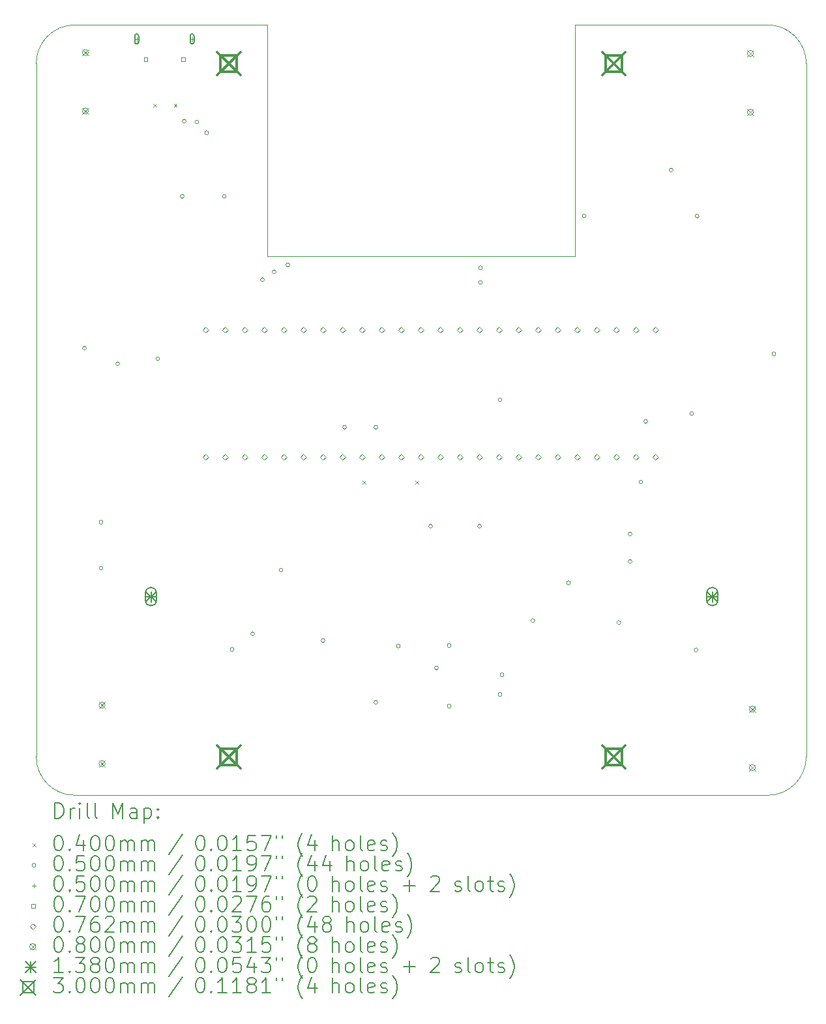
<source format=gbr>
%TF.GenerationSoftware,KiCad,Pcbnew,(7.0.0)*%
%TF.CreationDate,2023-04-03T20:42:17+02:00*%
%TF.ProjectId,EEE3088,45454533-3038-4382-9e6b-696361645f70,Rev_0*%
%TF.SameCoordinates,Original*%
%TF.FileFunction,Drillmap*%
%TF.FilePolarity,Positive*%
%FSLAX45Y45*%
G04 Gerber Fmt 4.5, Leading zero omitted, Abs format (unit mm)*
G04 Created by KiCad (PCBNEW (7.0.0)) date 2023-04-03 20:42:17*
%MOMM*%
%LPD*%
G01*
G04 APERTURE LIST*
%ADD10C,0.100000*%
%ADD11C,0.200000*%
%ADD12C,0.040000*%
%ADD13C,0.050000*%
%ADD14C,0.070000*%
%ADD15C,0.076200*%
%ADD16C,0.080000*%
%ADD17C,0.138000*%
%ADD18C,0.300000*%
G04 APERTURE END LIST*
D10*
X15000000Y-14500000D02*
X15000000Y-5500000D01*
X5500000Y-5000000D02*
G75*
G03*
X5000000Y-5500000I0J-500000D01*
G01*
X5500000Y-15000000D02*
X14500000Y-15000000D01*
X12000000Y-8000000D02*
X12000000Y-5000000D01*
X15000000Y-5500000D02*
G75*
G03*
X14500000Y-5000000I-500000J0D01*
G01*
X8000000Y-5000000D02*
X8000000Y-8000000D01*
X5000000Y-5500000D02*
X5000000Y-14500000D01*
X5000000Y-14500000D02*
G75*
G03*
X5500000Y-15000000I500000J0D01*
G01*
X14500000Y-15000000D02*
G75*
G03*
X15000000Y-14500000I0J500000D01*
G01*
X5500000Y-5000000D02*
X8000000Y-5000000D01*
X8000000Y-8000000D02*
X12000000Y-8000000D01*
X12000000Y-5000000D02*
X14500000Y-5000000D01*
D11*
D12*
X6520500Y-6025200D02*
X6560500Y-6065200D01*
X6560500Y-6025200D02*
X6520500Y-6065200D01*
X6787200Y-6025200D02*
X6827200Y-6065200D01*
X6827200Y-6025200D02*
X6787200Y-6065200D01*
X9238300Y-10914700D02*
X9278300Y-10954700D01*
X9278300Y-10914700D02*
X9238300Y-10954700D01*
X9924100Y-10914700D02*
X9964100Y-10954700D01*
X9964100Y-10914700D02*
X9924100Y-10954700D01*
D13*
X5651100Y-9194800D02*
G75*
G03*
X5651100Y-9194800I-25000J0D01*
G01*
X5867000Y-11455400D02*
G75*
G03*
X5867000Y-11455400I-25000J0D01*
G01*
X5867000Y-12052300D02*
G75*
G03*
X5867000Y-12052300I-25000J0D01*
G01*
X6082900Y-9398000D02*
G75*
G03*
X6082900Y-9398000I-25000J0D01*
G01*
X6603600Y-9334500D02*
G75*
G03*
X6603600Y-9334500I-25000J0D01*
G01*
X6921100Y-7226300D02*
G75*
G03*
X6921100Y-7226300I-25000J0D01*
G01*
X6946500Y-6248400D02*
G75*
G03*
X6946500Y-6248400I-25000J0D01*
G01*
X7111600Y-6261100D02*
G75*
G03*
X7111600Y-6261100I-25000J0D01*
G01*
X7238600Y-6400800D02*
G75*
G03*
X7238600Y-6400800I-25000J0D01*
G01*
X7467200Y-7226300D02*
G75*
G03*
X7467200Y-7226300I-25000J0D01*
G01*
X7568800Y-13106400D02*
G75*
G03*
X7568800Y-13106400I-25000J0D01*
G01*
X7835500Y-12903200D02*
G75*
G03*
X7835500Y-12903200I-25000J0D01*
G01*
X7962500Y-8305800D02*
G75*
G03*
X7962500Y-8305800I-25000J0D01*
G01*
X8114900Y-8204200D02*
G75*
G03*
X8114900Y-8204200I-25000J0D01*
G01*
X8203800Y-12077700D02*
G75*
G03*
X8203800Y-12077700I-25000J0D01*
G01*
X8292700Y-8115300D02*
G75*
G03*
X8292700Y-8115300I-25000J0D01*
G01*
X8749900Y-12992100D02*
G75*
G03*
X8749900Y-12992100I-25000J0D01*
G01*
X9029300Y-10223500D02*
G75*
G03*
X9029300Y-10223500I-25000J0D01*
G01*
X9435700Y-10223500D02*
G75*
G03*
X9435700Y-10223500I-25000J0D01*
G01*
X9435700Y-13792200D02*
G75*
G03*
X9435700Y-13792200I-25000J0D01*
G01*
X9727800Y-13062250D02*
G75*
G03*
X9727800Y-13062250I-25000J0D01*
G01*
X10146900Y-11506200D02*
G75*
G03*
X10146900Y-11506200I-25000J0D01*
G01*
X10223100Y-13347700D02*
G75*
G03*
X10223100Y-13347700I-25000J0D01*
G01*
X10388200Y-13055600D02*
G75*
G03*
X10388200Y-13055600I-25000J0D01*
G01*
X10388200Y-13843000D02*
G75*
G03*
X10388200Y-13843000I-25000J0D01*
G01*
X10781900Y-11506200D02*
G75*
G03*
X10781900Y-11506200I-25000J0D01*
G01*
X10794600Y-8153400D02*
G75*
G03*
X10794600Y-8153400I-25000J0D01*
G01*
X10794600Y-8343900D02*
G75*
G03*
X10794600Y-8343900I-25000J0D01*
G01*
X11048600Y-9867900D02*
G75*
G03*
X11048600Y-9867900I-25000J0D01*
G01*
X11048600Y-13690600D02*
G75*
G03*
X11048600Y-13690600I-25000J0D01*
G01*
X11074000Y-13436600D02*
G75*
G03*
X11074000Y-13436600I-25000J0D01*
G01*
X11473400Y-12733600D02*
G75*
G03*
X11473400Y-12733600I-25000J0D01*
G01*
X11937600Y-12242800D02*
G75*
G03*
X11937600Y-12242800I-25000J0D01*
G01*
X12140800Y-7480300D02*
G75*
G03*
X12140800Y-7480300I-25000J0D01*
G01*
X12591000Y-12759000D02*
G75*
G03*
X12591000Y-12759000I-25000J0D01*
G01*
X12737700Y-11607800D02*
G75*
G03*
X12737700Y-11607800I-25000J0D01*
G01*
X12737700Y-11963400D02*
G75*
G03*
X12737700Y-11963400I-25000J0D01*
G01*
X12877400Y-10934700D02*
G75*
G03*
X12877400Y-10934700I-25000J0D01*
G01*
X12940900Y-10147300D02*
G75*
G03*
X12940900Y-10147300I-25000J0D01*
G01*
X13271100Y-6883400D02*
G75*
G03*
X13271100Y-6883400I-25000J0D01*
G01*
X13537800Y-10045700D02*
G75*
G03*
X13537800Y-10045700I-25000J0D01*
G01*
X13594300Y-13114600D02*
G75*
G03*
X13594300Y-13114600I-25000J0D01*
G01*
X13607200Y-7480300D02*
G75*
G03*
X13607200Y-7480300I-25000J0D01*
G01*
X14604600Y-9271000D02*
G75*
G03*
X14604600Y-9271000I-25000J0D01*
G01*
X6303700Y-5156600D02*
X6303700Y-5206600D01*
X6278700Y-5181600D02*
X6328700Y-5181600D01*
D11*
X6278700Y-5141600D02*
X6278700Y-5221600D01*
X6278700Y-5221600D02*
G75*
G03*
X6328700Y-5221600I25000J0D01*
G01*
X6328700Y-5221600D02*
X6328700Y-5141600D01*
X6328700Y-5141600D02*
G75*
G03*
X6278700Y-5141600I-25000J0D01*
G01*
D13*
X7023700Y-5156600D02*
X7023700Y-5206600D01*
X6998700Y-5181600D02*
X7048700Y-5181600D01*
D11*
X6998700Y-5141600D02*
X6998700Y-5221600D01*
X6998700Y-5221600D02*
G75*
G03*
X7048700Y-5221600I25000J0D01*
G01*
X7048700Y-5221600D02*
X7048700Y-5141600D01*
X7048700Y-5141600D02*
G75*
G03*
X6998700Y-5141600I-25000J0D01*
G01*
D14*
X6445949Y-5471349D02*
X6445949Y-5421851D01*
X6396451Y-5421851D01*
X6396451Y-5471349D01*
X6445949Y-5471349D01*
X6930949Y-5471349D02*
X6930949Y-5421851D01*
X6881451Y-5421851D01*
X6881451Y-5471349D01*
X6930949Y-5471349D01*
D15*
X7198000Y-8998100D02*
X7236100Y-8960000D01*
X7198000Y-8921900D01*
X7159900Y-8960000D01*
X7198000Y-8998100D01*
X7198000Y-10649100D02*
X7236100Y-10611000D01*
X7198000Y-10572900D01*
X7159900Y-10611000D01*
X7198000Y-10649100D01*
X7452000Y-8998100D02*
X7490100Y-8960000D01*
X7452000Y-8921900D01*
X7413900Y-8960000D01*
X7452000Y-8998100D01*
X7452000Y-10649100D02*
X7490100Y-10611000D01*
X7452000Y-10572900D01*
X7413900Y-10611000D01*
X7452000Y-10649100D01*
X7706000Y-8998100D02*
X7744100Y-8960000D01*
X7706000Y-8921900D01*
X7667900Y-8960000D01*
X7706000Y-8998100D01*
X7706000Y-10649100D02*
X7744100Y-10611000D01*
X7706000Y-10572900D01*
X7667900Y-10611000D01*
X7706000Y-10649100D01*
X7960000Y-8998100D02*
X7998100Y-8960000D01*
X7960000Y-8921900D01*
X7921900Y-8960000D01*
X7960000Y-8998100D01*
X7960000Y-10649100D02*
X7998100Y-10611000D01*
X7960000Y-10572900D01*
X7921900Y-10611000D01*
X7960000Y-10649100D01*
X8214000Y-8998100D02*
X8252100Y-8960000D01*
X8214000Y-8921900D01*
X8175900Y-8960000D01*
X8214000Y-8998100D01*
X8214000Y-10649100D02*
X8252100Y-10611000D01*
X8214000Y-10572900D01*
X8175900Y-10611000D01*
X8214000Y-10649100D01*
X8468000Y-8998100D02*
X8506100Y-8960000D01*
X8468000Y-8921900D01*
X8429900Y-8960000D01*
X8468000Y-8998100D01*
X8468000Y-10649100D02*
X8506100Y-10611000D01*
X8468000Y-10572900D01*
X8429900Y-10611000D01*
X8468000Y-10649100D01*
X8722000Y-8998100D02*
X8760100Y-8960000D01*
X8722000Y-8921900D01*
X8683900Y-8960000D01*
X8722000Y-8998100D01*
X8722000Y-10649100D02*
X8760100Y-10611000D01*
X8722000Y-10572900D01*
X8683900Y-10611000D01*
X8722000Y-10649100D01*
X8976000Y-8998100D02*
X9014100Y-8960000D01*
X8976000Y-8921900D01*
X8937900Y-8960000D01*
X8976000Y-8998100D01*
X8976000Y-10649100D02*
X9014100Y-10611000D01*
X8976000Y-10572900D01*
X8937900Y-10611000D01*
X8976000Y-10649100D01*
X9230000Y-8998100D02*
X9268100Y-8960000D01*
X9230000Y-8921900D01*
X9191900Y-8960000D01*
X9230000Y-8998100D01*
X9230000Y-10649100D02*
X9268100Y-10611000D01*
X9230000Y-10572900D01*
X9191900Y-10611000D01*
X9230000Y-10649100D01*
X9484000Y-8998100D02*
X9522100Y-8960000D01*
X9484000Y-8921900D01*
X9445900Y-8960000D01*
X9484000Y-8998100D01*
X9484000Y-10649100D02*
X9522100Y-10611000D01*
X9484000Y-10572900D01*
X9445900Y-10611000D01*
X9484000Y-10649100D01*
X9738000Y-8998100D02*
X9776100Y-8960000D01*
X9738000Y-8921900D01*
X9699900Y-8960000D01*
X9738000Y-8998100D01*
X9738000Y-10649100D02*
X9776100Y-10611000D01*
X9738000Y-10572900D01*
X9699900Y-10611000D01*
X9738000Y-10649100D01*
X9992000Y-8998100D02*
X10030100Y-8960000D01*
X9992000Y-8921900D01*
X9953900Y-8960000D01*
X9992000Y-8998100D01*
X9992000Y-10649100D02*
X10030100Y-10611000D01*
X9992000Y-10572900D01*
X9953900Y-10611000D01*
X9992000Y-10649100D01*
X10246000Y-8998100D02*
X10284100Y-8960000D01*
X10246000Y-8921900D01*
X10207900Y-8960000D01*
X10246000Y-8998100D01*
X10246000Y-10649100D02*
X10284100Y-10611000D01*
X10246000Y-10572900D01*
X10207900Y-10611000D01*
X10246000Y-10649100D01*
X10500000Y-8998100D02*
X10538100Y-8960000D01*
X10500000Y-8921900D01*
X10461900Y-8960000D01*
X10500000Y-8998100D01*
X10500000Y-10649100D02*
X10538100Y-10611000D01*
X10500000Y-10572900D01*
X10461900Y-10611000D01*
X10500000Y-10649100D01*
X10754000Y-8998100D02*
X10792100Y-8960000D01*
X10754000Y-8921900D01*
X10715900Y-8960000D01*
X10754000Y-8998100D01*
X10754000Y-10649100D02*
X10792100Y-10611000D01*
X10754000Y-10572900D01*
X10715900Y-10611000D01*
X10754000Y-10649100D01*
X11008000Y-8998100D02*
X11046100Y-8960000D01*
X11008000Y-8921900D01*
X10969900Y-8960000D01*
X11008000Y-8998100D01*
X11008000Y-10649100D02*
X11046100Y-10611000D01*
X11008000Y-10572900D01*
X10969900Y-10611000D01*
X11008000Y-10649100D01*
X11262000Y-8998100D02*
X11300100Y-8960000D01*
X11262000Y-8921900D01*
X11223900Y-8960000D01*
X11262000Y-8998100D01*
X11262000Y-10649100D02*
X11300100Y-10611000D01*
X11262000Y-10572900D01*
X11223900Y-10611000D01*
X11262000Y-10649100D01*
X11516000Y-8998100D02*
X11554100Y-8960000D01*
X11516000Y-8921900D01*
X11477900Y-8960000D01*
X11516000Y-8998100D01*
X11516000Y-10649100D02*
X11554100Y-10611000D01*
X11516000Y-10572900D01*
X11477900Y-10611000D01*
X11516000Y-10649100D01*
X11770000Y-8998100D02*
X11808100Y-8960000D01*
X11770000Y-8921900D01*
X11731900Y-8960000D01*
X11770000Y-8998100D01*
X11770000Y-10649100D02*
X11808100Y-10611000D01*
X11770000Y-10572900D01*
X11731900Y-10611000D01*
X11770000Y-10649100D01*
X12024000Y-8998100D02*
X12062100Y-8960000D01*
X12024000Y-8921900D01*
X11985900Y-8960000D01*
X12024000Y-8998100D01*
X12024000Y-10649100D02*
X12062100Y-10611000D01*
X12024000Y-10572900D01*
X11985900Y-10611000D01*
X12024000Y-10649100D01*
X12278000Y-8998100D02*
X12316100Y-8960000D01*
X12278000Y-8921900D01*
X12239900Y-8960000D01*
X12278000Y-8998100D01*
X12278000Y-10649100D02*
X12316100Y-10611000D01*
X12278000Y-10572900D01*
X12239900Y-10611000D01*
X12278000Y-10649100D01*
X12532000Y-8998100D02*
X12570100Y-8960000D01*
X12532000Y-8921900D01*
X12493900Y-8960000D01*
X12532000Y-8998100D01*
X12532000Y-10649100D02*
X12570100Y-10611000D01*
X12532000Y-10572900D01*
X12493900Y-10611000D01*
X12532000Y-10649100D01*
X12786000Y-8998100D02*
X12824100Y-8960000D01*
X12786000Y-8921900D01*
X12747900Y-8960000D01*
X12786000Y-8998100D01*
X12786000Y-10649100D02*
X12824100Y-10611000D01*
X12786000Y-10572900D01*
X12747900Y-10611000D01*
X12786000Y-10649100D01*
X13040000Y-8998100D02*
X13078100Y-8960000D01*
X13040000Y-8921900D01*
X13001900Y-8960000D01*
X13040000Y-8998100D01*
X13040000Y-10649100D02*
X13078100Y-10611000D01*
X13040000Y-10572900D01*
X13001900Y-10611000D01*
X13040000Y-10649100D01*
D16*
X5598800Y-5319400D02*
X5678800Y-5399400D01*
X5678800Y-5319400D02*
X5598800Y-5399400D01*
X5678800Y-5359400D02*
G75*
G03*
X5678800Y-5359400I-40000J0D01*
G01*
X5598800Y-6079400D02*
X5678800Y-6159400D01*
X5678800Y-6079400D02*
X5598800Y-6159400D01*
X5678800Y-6119400D02*
G75*
G03*
X5678800Y-6119400I-40000J0D01*
G01*
X5814700Y-13790300D02*
X5894700Y-13870300D01*
X5894700Y-13790300D02*
X5814700Y-13870300D01*
X5894700Y-13830300D02*
G75*
G03*
X5894700Y-13830300I-40000J0D01*
G01*
X5814700Y-14550300D02*
X5894700Y-14630300D01*
X5894700Y-14550300D02*
X5814700Y-14630300D01*
X5894700Y-14590300D02*
G75*
G03*
X5894700Y-14590300I-40000J0D01*
G01*
X14234800Y-5332100D02*
X14314800Y-5412100D01*
X14314800Y-5332100D02*
X14234800Y-5412100D01*
X14314800Y-5372100D02*
G75*
G03*
X14314800Y-5372100I-40000J0D01*
G01*
X14234800Y-6092100D02*
X14314800Y-6172100D01*
X14314800Y-6092100D02*
X14234800Y-6172100D01*
X14314800Y-6132100D02*
G75*
G03*
X14314800Y-6132100I-40000J0D01*
G01*
X14260200Y-13842100D02*
X14340200Y-13922100D01*
X14340200Y-13842100D02*
X14260200Y-13922100D01*
X14340200Y-13882100D02*
G75*
G03*
X14340200Y-13882100I-40000J0D01*
G01*
X14260200Y-14602100D02*
X14340200Y-14682100D01*
X14340200Y-14602100D02*
X14260200Y-14682100D01*
X14340200Y-14642100D02*
G75*
G03*
X14340200Y-14642100I-40000J0D01*
G01*
D17*
X6420700Y-12351600D02*
X6558700Y-12489600D01*
X6558700Y-12351600D02*
X6420700Y-12489600D01*
X6489700Y-12351600D02*
X6489700Y-12489600D01*
X6420700Y-12420600D02*
X6558700Y-12420600D01*
D11*
X6420700Y-12369600D02*
X6420700Y-12471600D01*
X6420700Y-12471600D02*
G75*
G03*
X6558700Y-12471600I69000J0D01*
G01*
X6558700Y-12471600D02*
X6558700Y-12369600D01*
X6558700Y-12369600D02*
G75*
G03*
X6420700Y-12369600I-69000J0D01*
G01*
D17*
X13710700Y-12351600D02*
X13848700Y-12489600D01*
X13848700Y-12351600D02*
X13710700Y-12489600D01*
X13779700Y-12351600D02*
X13779700Y-12489600D01*
X13710700Y-12420600D02*
X13848700Y-12420600D01*
D11*
X13710700Y-12369600D02*
X13710700Y-12471600D01*
X13710700Y-12471600D02*
G75*
G03*
X13848700Y-12471600I69000J0D01*
G01*
X13848700Y-12471600D02*
X13848700Y-12369600D01*
X13848700Y-12369600D02*
G75*
G03*
X13710700Y-12369600I-69000J0D01*
G01*
D18*
X7350000Y-5350000D02*
X7650000Y-5650000D01*
X7650000Y-5350000D02*
X7350000Y-5650000D01*
X7606067Y-5606067D02*
X7606067Y-5393933D01*
X7393933Y-5393933D01*
X7393933Y-5606067D01*
X7606067Y-5606067D01*
X7350000Y-14350000D02*
X7650000Y-14650000D01*
X7650000Y-14350000D02*
X7350000Y-14650000D01*
X7606067Y-14606067D02*
X7606067Y-14393933D01*
X7393933Y-14393933D01*
X7393933Y-14606067D01*
X7606067Y-14606067D01*
X12350000Y-5350000D02*
X12650000Y-5650000D01*
X12650000Y-5350000D02*
X12350000Y-5650000D01*
X12606067Y-5606067D02*
X12606067Y-5393933D01*
X12393933Y-5393933D01*
X12393933Y-5606067D01*
X12606067Y-5606067D01*
X12350000Y-14350000D02*
X12650000Y-14650000D01*
X12650000Y-14350000D02*
X12350000Y-14650000D01*
X12606067Y-14606067D02*
X12606067Y-14393933D01*
X12393933Y-14393933D01*
X12393933Y-14606067D01*
X12606067Y-14606067D01*
D11*
X5242619Y-15298476D02*
X5242619Y-15098476D01*
X5242619Y-15098476D02*
X5290238Y-15098476D01*
X5290238Y-15098476D02*
X5318810Y-15108000D01*
X5318810Y-15108000D02*
X5337857Y-15127048D01*
X5337857Y-15127048D02*
X5347381Y-15146095D01*
X5347381Y-15146095D02*
X5356905Y-15184190D01*
X5356905Y-15184190D02*
X5356905Y-15212762D01*
X5356905Y-15212762D02*
X5347381Y-15250857D01*
X5347381Y-15250857D02*
X5337857Y-15269905D01*
X5337857Y-15269905D02*
X5318810Y-15288952D01*
X5318810Y-15288952D02*
X5290238Y-15298476D01*
X5290238Y-15298476D02*
X5242619Y-15298476D01*
X5442619Y-15298476D02*
X5442619Y-15165143D01*
X5442619Y-15203238D02*
X5452143Y-15184190D01*
X5452143Y-15184190D02*
X5461667Y-15174667D01*
X5461667Y-15174667D02*
X5480714Y-15165143D01*
X5480714Y-15165143D02*
X5499762Y-15165143D01*
X5566429Y-15298476D02*
X5566429Y-15165143D01*
X5566429Y-15098476D02*
X5556905Y-15108000D01*
X5556905Y-15108000D02*
X5566429Y-15117524D01*
X5566429Y-15117524D02*
X5575952Y-15108000D01*
X5575952Y-15108000D02*
X5566429Y-15098476D01*
X5566429Y-15098476D02*
X5566429Y-15117524D01*
X5690238Y-15298476D02*
X5671190Y-15288952D01*
X5671190Y-15288952D02*
X5661667Y-15269905D01*
X5661667Y-15269905D02*
X5661667Y-15098476D01*
X5795000Y-15298476D02*
X5775952Y-15288952D01*
X5775952Y-15288952D02*
X5766428Y-15269905D01*
X5766428Y-15269905D02*
X5766428Y-15098476D01*
X5991190Y-15298476D02*
X5991190Y-15098476D01*
X5991190Y-15098476D02*
X6057857Y-15241333D01*
X6057857Y-15241333D02*
X6124524Y-15098476D01*
X6124524Y-15098476D02*
X6124524Y-15298476D01*
X6305476Y-15298476D02*
X6305476Y-15193714D01*
X6305476Y-15193714D02*
X6295952Y-15174667D01*
X6295952Y-15174667D02*
X6276905Y-15165143D01*
X6276905Y-15165143D02*
X6238809Y-15165143D01*
X6238809Y-15165143D02*
X6219762Y-15174667D01*
X6305476Y-15288952D02*
X6286428Y-15298476D01*
X6286428Y-15298476D02*
X6238809Y-15298476D01*
X6238809Y-15298476D02*
X6219762Y-15288952D01*
X6219762Y-15288952D02*
X6210238Y-15269905D01*
X6210238Y-15269905D02*
X6210238Y-15250857D01*
X6210238Y-15250857D02*
X6219762Y-15231809D01*
X6219762Y-15231809D02*
X6238809Y-15222286D01*
X6238809Y-15222286D02*
X6286428Y-15222286D01*
X6286428Y-15222286D02*
X6305476Y-15212762D01*
X6400714Y-15165143D02*
X6400714Y-15365143D01*
X6400714Y-15174667D02*
X6419762Y-15165143D01*
X6419762Y-15165143D02*
X6457857Y-15165143D01*
X6457857Y-15165143D02*
X6476905Y-15174667D01*
X6476905Y-15174667D02*
X6486428Y-15184190D01*
X6486428Y-15184190D02*
X6495952Y-15203238D01*
X6495952Y-15203238D02*
X6495952Y-15260381D01*
X6495952Y-15260381D02*
X6486428Y-15279428D01*
X6486428Y-15279428D02*
X6476905Y-15288952D01*
X6476905Y-15288952D02*
X6457857Y-15298476D01*
X6457857Y-15298476D02*
X6419762Y-15298476D01*
X6419762Y-15298476D02*
X6400714Y-15288952D01*
X6581667Y-15279428D02*
X6591190Y-15288952D01*
X6591190Y-15288952D02*
X6581667Y-15298476D01*
X6581667Y-15298476D02*
X6572143Y-15288952D01*
X6572143Y-15288952D02*
X6581667Y-15279428D01*
X6581667Y-15279428D02*
X6581667Y-15298476D01*
X6581667Y-15174667D02*
X6591190Y-15184190D01*
X6591190Y-15184190D02*
X6581667Y-15193714D01*
X6581667Y-15193714D02*
X6572143Y-15184190D01*
X6572143Y-15184190D02*
X6581667Y-15174667D01*
X6581667Y-15174667D02*
X6581667Y-15193714D01*
D12*
X4955000Y-15625000D02*
X4995000Y-15665000D01*
X4995000Y-15625000D02*
X4955000Y-15665000D01*
D11*
X5280714Y-15518476D02*
X5299762Y-15518476D01*
X5299762Y-15518476D02*
X5318810Y-15528000D01*
X5318810Y-15528000D02*
X5328333Y-15537524D01*
X5328333Y-15537524D02*
X5337857Y-15556571D01*
X5337857Y-15556571D02*
X5347381Y-15594667D01*
X5347381Y-15594667D02*
X5347381Y-15642286D01*
X5347381Y-15642286D02*
X5337857Y-15680381D01*
X5337857Y-15680381D02*
X5328333Y-15699428D01*
X5328333Y-15699428D02*
X5318810Y-15708952D01*
X5318810Y-15708952D02*
X5299762Y-15718476D01*
X5299762Y-15718476D02*
X5280714Y-15718476D01*
X5280714Y-15718476D02*
X5261667Y-15708952D01*
X5261667Y-15708952D02*
X5252143Y-15699428D01*
X5252143Y-15699428D02*
X5242619Y-15680381D01*
X5242619Y-15680381D02*
X5233095Y-15642286D01*
X5233095Y-15642286D02*
X5233095Y-15594667D01*
X5233095Y-15594667D02*
X5242619Y-15556571D01*
X5242619Y-15556571D02*
X5252143Y-15537524D01*
X5252143Y-15537524D02*
X5261667Y-15528000D01*
X5261667Y-15528000D02*
X5280714Y-15518476D01*
X5433095Y-15699428D02*
X5442619Y-15708952D01*
X5442619Y-15708952D02*
X5433095Y-15718476D01*
X5433095Y-15718476D02*
X5423571Y-15708952D01*
X5423571Y-15708952D02*
X5433095Y-15699428D01*
X5433095Y-15699428D02*
X5433095Y-15718476D01*
X5614048Y-15585143D02*
X5614048Y-15718476D01*
X5566429Y-15508952D02*
X5518810Y-15651809D01*
X5518810Y-15651809D02*
X5642619Y-15651809D01*
X5756905Y-15518476D02*
X5775952Y-15518476D01*
X5775952Y-15518476D02*
X5795000Y-15528000D01*
X5795000Y-15528000D02*
X5804524Y-15537524D01*
X5804524Y-15537524D02*
X5814048Y-15556571D01*
X5814048Y-15556571D02*
X5823571Y-15594667D01*
X5823571Y-15594667D02*
X5823571Y-15642286D01*
X5823571Y-15642286D02*
X5814048Y-15680381D01*
X5814048Y-15680381D02*
X5804524Y-15699428D01*
X5804524Y-15699428D02*
X5795000Y-15708952D01*
X5795000Y-15708952D02*
X5775952Y-15718476D01*
X5775952Y-15718476D02*
X5756905Y-15718476D01*
X5756905Y-15718476D02*
X5737857Y-15708952D01*
X5737857Y-15708952D02*
X5728333Y-15699428D01*
X5728333Y-15699428D02*
X5718809Y-15680381D01*
X5718809Y-15680381D02*
X5709286Y-15642286D01*
X5709286Y-15642286D02*
X5709286Y-15594667D01*
X5709286Y-15594667D02*
X5718809Y-15556571D01*
X5718809Y-15556571D02*
X5728333Y-15537524D01*
X5728333Y-15537524D02*
X5737857Y-15528000D01*
X5737857Y-15528000D02*
X5756905Y-15518476D01*
X5947381Y-15518476D02*
X5966429Y-15518476D01*
X5966429Y-15518476D02*
X5985476Y-15528000D01*
X5985476Y-15528000D02*
X5995000Y-15537524D01*
X5995000Y-15537524D02*
X6004524Y-15556571D01*
X6004524Y-15556571D02*
X6014048Y-15594667D01*
X6014048Y-15594667D02*
X6014048Y-15642286D01*
X6014048Y-15642286D02*
X6004524Y-15680381D01*
X6004524Y-15680381D02*
X5995000Y-15699428D01*
X5995000Y-15699428D02*
X5985476Y-15708952D01*
X5985476Y-15708952D02*
X5966429Y-15718476D01*
X5966429Y-15718476D02*
X5947381Y-15718476D01*
X5947381Y-15718476D02*
X5928333Y-15708952D01*
X5928333Y-15708952D02*
X5918809Y-15699428D01*
X5918809Y-15699428D02*
X5909286Y-15680381D01*
X5909286Y-15680381D02*
X5899762Y-15642286D01*
X5899762Y-15642286D02*
X5899762Y-15594667D01*
X5899762Y-15594667D02*
X5909286Y-15556571D01*
X5909286Y-15556571D02*
X5918809Y-15537524D01*
X5918809Y-15537524D02*
X5928333Y-15528000D01*
X5928333Y-15528000D02*
X5947381Y-15518476D01*
X6099762Y-15718476D02*
X6099762Y-15585143D01*
X6099762Y-15604190D02*
X6109286Y-15594667D01*
X6109286Y-15594667D02*
X6128333Y-15585143D01*
X6128333Y-15585143D02*
X6156905Y-15585143D01*
X6156905Y-15585143D02*
X6175952Y-15594667D01*
X6175952Y-15594667D02*
X6185476Y-15613714D01*
X6185476Y-15613714D02*
X6185476Y-15718476D01*
X6185476Y-15613714D02*
X6195000Y-15594667D01*
X6195000Y-15594667D02*
X6214048Y-15585143D01*
X6214048Y-15585143D02*
X6242619Y-15585143D01*
X6242619Y-15585143D02*
X6261667Y-15594667D01*
X6261667Y-15594667D02*
X6271190Y-15613714D01*
X6271190Y-15613714D02*
X6271190Y-15718476D01*
X6366429Y-15718476D02*
X6366429Y-15585143D01*
X6366429Y-15604190D02*
X6375952Y-15594667D01*
X6375952Y-15594667D02*
X6395000Y-15585143D01*
X6395000Y-15585143D02*
X6423571Y-15585143D01*
X6423571Y-15585143D02*
X6442619Y-15594667D01*
X6442619Y-15594667D02*
X6452143Y-15613714D01*
X6452143Y-15613714D02*
X6452143Y-15718476D01*
X6452143Y-15613714D02*
X6461667Y-15594667D01*
X6461667Y-15594667D02*
X6480714Y-15585143D01*
X6480714Y-15585143D02*
X6509286Y-15585143D01*
X6509286Y-15585143D02*
X6528333Y-15594667D01*
X6528333Y-15594667D02*
X6537857Y-15613714D01*
X6537857Y-15613714D02*
X6537857Y-15718476D01*
X6895952Y-15508952D02*
X6724524Y-15766095D01*
X7120714Y-15518476D02*
X7139762Y-15518476D01*
X7139762Y-15518476D02*
X7158810Y-15528000D01*
X7158810Y-15528000D02*
X7168333Y-15537524D01*
X7168333Y-15537524D02*
X7177857Y-15556571D01*
X7177857Y-15556571D02*
X7187381Y-15594667D01*
X7187381Y-15594667D02*
X7187381Y-15642286D01*
X7187381Y-15642286D02*
X7177857Y-15680381D01*
X7177857Y-15680381D02*
X7168333Y-15699428D01*
X7168333Y-15699428D02*
X7158810Y-15708952D01*
X7158810Y-15708952D02*
X7139762Y-15718476D01*
X7139762Y-15718476D02*
X7120714Y-15718476D01*
X7120714Y-15718476D02*
X7101667Y-15708952D01*
X7101667Y-15708952D02*
X7092143Y-15699428D01*
X7092143Y-15699428D02*
X7082619Y-15680381D01*
X7082619Y-15680381D02*
X7073095Y-15642286D01*
X7073095Y-15642286D02*
X7073095Y-15594667D01*
X7073095Y-15594667D02*
X7082619Y-15556571D01*
X7082619Y-15556571D02*
X7092143Y-15537524D01*
X7092143Y-15537524D02*
X7101667Y-15528000D01*
X7101667Y-15528000D02*
X7120714Y-15518476D01*
X7273095Y-15699428D02*
X7282619Y-15708952D01*
X7282619Y-15708952D02*
X7273095Y-15718476D01*
X7273095Y-15718476D02*
X7263571Y-15708952D01*
X7263571Y-15708952D02*
X7273095Y-15699428D01*
X7273095Y-15699428D02*
X7273095Y-15718476D01*
X7406429Y-15518476D02*
X7425476Y-15518476D01*
X7425476Y-15518476D02*
X7444524Y-15528000D01*
X7444524Y-15528000D02*
X7454048Y-15537524D01*
X7454048Y-15537524D02*
X7463571Y-15556571D01*
X7463571Y-15556571D02*
X7473095Y-15594667D01*
X7473095Y-15594667D02*
X7473095Y-15642286D01*
X7473095Y-15642286D02*
X7463571Y-15680381D01*
X7463571Y-15680381D02*
X7454048Y-15699428D01*
X7454048Y-15699428D02*
X7444524Y-15708952D01*
X7444524Y-15708952D02*
X7425476Y-15718476D01*
X7425476Y-15718476D02*
X7406429Y-15718476D01*
X7406429Y-15718476D02*
X7387381Y-15708952D01*
X7387381Y-15708952D02*
X7377857Y-15699428D01*
X7377857Y-15699428D02*
X7368333Y-15680381D01*
X7368333Y-15680381D02*
X7358810Y-15642286D01*
X7358810Y-15642286D02*
X7358810Y-15594667D01*
X7358810Y-15594667D02*
X7368333Y-15556571D01*
X7368333Y-15556571D02*
X7377857Y-15537524D01*
X7377857Y-15537524D02*
X7387381Y-15528000D01*
X7387381Y-15528000D02*
X7406429Y-15518476D01*
X7663571Y-15718476D02*
X7549286Y-15718476D01*
X7606429Y-15718476D02*
X7606429Y-15518476D01*
X7606429Y-15518476D02*
X7587381Y-15547048D01*
X7587381Y-15547048D02*
X7568333Y-15566095D01*
X7568333Y-15566095D02*
X7549286Y-15575619D01*
X7844524Y-15518476D02*
X7749286Y-15518476D01*
X7749286Y-15518476D02*
X7739762Y-15613714D01*
X7739762Y-15613714D02*
X7749286Y-15604190D01*
X7749286Y-15604190D02*
X7768333Y-15594667D01*
X7768333Y-15594667D02*
X7815952Y-15594667D01*
X7815952Y-15594667D02*
X7835000Y-15604190D01*
X7835000Y-15604190D02*
X7844524Y-15613714D01*
X7844524Y-15613714D02*
X7854048Y-15632762D01*
X7854048Y-15632762D02*
X7854048Y-15680381D01*
X7854048Y-15680381D02*
X7844524Y-15699428D01*
X7844524Y-15699428D02*
X7835000Y-15708952D01*
X7835000Y-15708952D02*
X7815952Y-15718476D01*
X7815952Y-15718476D02*
X7768333Y-15718476D01*
X7768333Y-15718476D02*
X7749286Y-15708952D01*
X7749286Y-15708952D02*
X7739762Y-15699428D01*
X7920714Y-15518476D02*
X8054048Y-15518476D01*
X8054048Y-15518476D02*
X7968333Y-15718476D01*
X8120714Y-15518476D02*
X8120714Y-15556571D01*
X8196905Y-15518476D02*
X8196905Y-15556571D01*
X8459762Y-15794667D02*
X8450238Y-15785143D01*
X8450238Y-15785143D02*
X8431191Y-15756571D01*
X8431191Y-15756571D02*
X8421667Y-15737524D01*
X8421667Y-15737524D02*
X8412143Y-15708952D01*
X8412143Y-15708952D02*
X8402619Y-15661333D01*
X8402619Y-15661333D02*
X8402619Y-15623238D01*
X8402619Y-15623238D02*
X8412143Y-15575619D01*
X8412143Y-15575619D02*
X8421667Y-15547048D01*
X8421667Y-15547048D02*
X8431191Y-15528000D01*
X8431191Y-15528000D02*
X8450238Y-15499428D01*
X8450238Y-15499428D02*
X8459762Y-15489905D01*
X8621667Y-15585143D02*
X8621667Y-15718476D01*
X8574048Y-15508952D02*
X8526429Y-15651809D01*
X8526429Y-15651809D02*
X8650238Y-15651809D01*
X8846429Y-15718476D02*
X8846429Y-15518476D01*
X8932143Y-15718476D02*
X8932143Y-15613714D01*
X8932143Y-15613714D02*
X8922619Y-15594667D01*
X8922619Y-15594667D02*
X8903572Y-15585143D01*
X8903572Y-15585143D02*
X8875000Y-15585143D01*
X8875000Y-15585143D02*
X8855953Y-15594667D01*
X8855953Y-15594667D02*
X8846429Y-15604190D01*
X9055953Y-15718476D02*
X9036905Y-15708952D01*
X9036905Y-15708952D02*
X9027381Y-15699428D01*
X9027381Y-15699428D02*
X9017857Y-15680381D01*
X9017857Y-15680381D02*
X9017857Y-15623238D01*
X9017857Y-15623238D02*
X9027381Y-15604190D01*
X9027381Y-15604190D02*
X9036905Y-15594667D01*
X9036905Y-15594667D02*
X9055953Y-15585143D01*
X9055953Y-15585143D02*
X9084524Y-15585143D01*
X9084524Y-15585143D02*
X9103572Y-15594667D01*
X9103572Y-15594667D02*
X9113095Y-15604190D01*
X9113095Y-15604190D02*
X9122619Y-15623238D01*
X9122619Y-15623238D02*
X9122619Y-15680381D01*
X9122619Y-15680381D02*
X9113095Y-15699428D01*
X9113095Y-15699428D02*
X9103572Y-15708952D01*
X9103572Y-15708952D02*
X9084524Y-15718476D01*
X9084524Y-15718476D02*
X9055953Y-15718476D01*
X9236905Y-15718476D02*
X9217857Y-15708952D01*
X9217857Y-15708952D02*
X9208334Y-15689905D01*
X9208334Y-15689905D02*
X9208334Y-15518476D01*
X9389286Y-15708952D02*
X9370238Y-15718476D01*
X9370238Y-15718476D02*
X9332143Y-15718476D01*
X9332143Y-15718476D02*
X9313095Y-15708952D01*
X9313095Y-15708952D02*
X9303572Y-15689905D01*
X9303572Y-15689905D02*
X9303572Y-15613714D01*
X9303572Y-15613714D02*
X9313095Y-15594667D01*
X9313095Y-15594667D02*
X9332143Y-15585143D01*
X9332143Y-15585143D02*
X9370238Y-15585143D01*
X9370238Y-15585143D02*
X9389286Y-15594667D01*
X9389286Y-15594667D02*
X9398810Y-15613714D01*
X9398810Y-15613714D02*
X9398810Y-15632762D01*
X9398810Y-15632762D02*
X9303572Y-15651809D01*
X9475000Y-15708952D02*
X9494048Y-15718476D01*
X9494048Y-15718476D02*
X9532143Y-15718476D01*
X9532143Y-15718476D02*
X9551191Y-15708952D01*
X9551191Y-15708952D02*
X9560715Y-15689905D01*
X9560715Y-15689905D02*
X9560715Y-15680381D01*
X9560715Y-15680381D02*
X9551191Y-15661333D01*
X9551191Y-15661333D02*
X9532143Y-15651809D01*
X9532143Y-15651809D02*
X9503572Y-15651809D01*
X9503572Y-15651809D02*
X9484524Y-15642286D01*
X9484524Y-15642286D02*
X9475000Y-15623238D01*
X9475000Y-15623238D02*
X9475000Y-15613714D01*
X9475000Y-15613714D02*
X9484524Y-15594667D01*
X9484524Y-15594667D02*
X9503572Y-15585143D01*
X9503572Y-15585143D02*
X9532143Y-15585143D01*
X9532143Y-15585143D02*
X9551191Y-15594667D01*
X9627381Y-15794667D02*
X9636905Y-15785143D01*
X9636905Y-15785143D02*
X9655953Y-15756571D01*
X9655953Y-15756571D02*
X9665476Y-15737524D01*
X9665476Y-15737524D02*
X9675000Y-15708952D01*
X9675000Y-15708952D02*
X9684524Y-15661333D01*
X9684524Y-15661333D02*
X9684524Y-15623238D01*
X9684524Y-15623238D02*
X9675000Y-15575619D01*
X9675000Y-15575619D02*
X9665476Y-15547048D01*
X9665476Y-15547048D02*
X9655953Y-15528000D01*
X9655953Y-15528000D02*
X9636905Y-15499428D01*
X9636905Y-15499428D02*
X9627381Y-15489905D01*
D13*
X4995000Y-15909000D02*
G75*
G03*
X4995000Y-15909000I-25000J0D01*
G01*
D11*
X5280714Y-15782476D02*
X5299762Y-15782476D01*
X5299762Y-15782476D02*
X5318810Y-15792000D01*
X5318810Y-15792000D02*
X5328333Y-15801524D01*
X5328333Y-15801524D02*
X5337857Y-15820571D01*
X5337857Y-15820571D02*
X5347381Y-15858667D01*
X5347381Y-15858667D02*
X5347381Y-15906286D01*
X5347381Y-15906286D02*
X5337857Y-15944381D01*
X5337857Y-15944381D02*
X5328333Y-15963428D01*
X5328333Y-15963428D02*
X5318810Y-15972952D01*
X5318810Y-15972952D02*
X5299762Y-15982476D01*
X5299762Y-15982476D02*
X5280714Y-15982476D01*
X5280714Y-15982476D02*
X5261667Y-15972952D01*
X5261667Y-15972952D02*
X5252143Y-15963428D01*
X5252143Y-15963428D02*
X5242619Y-15944381D01*
X5242619Y-15944381D02*
X5233095Y-15906286D01*
X5233095Y-15906286D02*
X5233095Y-15858667D01*
X5233095Y-15858667D02*
X5242619Y-15820571D01*
X5242619Y-15820571D02*
X5252143Y-15801524D01*
X5252143Y-15801524D02*
X5261667Y-15792000D01*
X5261667Y-15792000D02*
X5280714Y-15782476D01*
X5433095Y-15963428D02*
X5442619Y-15972952D01*
X5442619Y-15972952D02*
X5433095Y-15982476D01*
X5433095Y-15982476D02*
X5423571Y-15972952D01*
X5423571Y-15972952D02*
X5433095Y-15963428D01*
X5433095Y-15963428D02*
X5433095Y-15982476D01*
X5623571Y-15782476D02*
X5528333Y-15782476D01*
X5528333Y-15782476D02*
X5518810Y-15877714D01*
X5518810Y-15877714D02*
X5528333Y-15868190D01*
X5528333Y-15868190D02*
X5547381Y-15858667D01*
X5547381Y-15858667D02*
X5595000Y-15858667D01*
X5595000Y-15858667D02*
X5614048Y-15868190D01*
X5614048Y-15868190D02*
X5623571Y-15877714D01*
X5623571Y-15877714D02*
X5633095Y-15896762D01*
X5633095Y-15896762D02*
X5633095Y-15944381D01*
X5633095Y-15944381D02*
X5623571Y-15963428D01*
X5623571Y-15963428D02*
X5614048Y-15972952D01*
X5614048Y-15972952D02*
X5595000Y-15982476D01*
X5595000Y-15982476D02*
X5547381Y-15982476D01*
X5547381Y-15982476D02*
X5528333Y-15972952D01*
X5528333Y-15972952D02*
X5518810Y-15963428D01*
X5756905Y-15782476D02*
X5775952Y-15782476D01*
X5775952Y-15782476D02*
X5795000Y-15792000D01*
X5795000Y-15792000D02*
X5804524Y-15801524D01*
X5804524Y-15801524D02*
X5814048Y-15820571D01*
X5814048Y-15820571D02*
X5823571Y-15858667D01*
X5823571Y-15858667D02*
X5823571Y-15906286D01*
X5823571Y-15906286D02*
X5814048Y-15944381D01*
X5814048Y-15944381D02*
X5804524Y-15963428D01*
X5804524Y-15963428D02*
X5795000Y-15972952D01*
X5795000Y-15972952D02*
X5775952Y-15982476D01*
X5775952Y-15982476D02*
X5756905Y-15982476D01*
X5756905Y-15982476D02*
X5737857Y-15972952D01*
X5737857Y-15972952D02*
X5728333Y-15963428D01*
X5728333Y-15963428D02*
X5718809Y-15944381D01*
X5718809Y-15944381D02*
X5709286Y-15906286D01*
X5709286Y-15906286D02*
X5709286Y-15858667D01*
X5709286Y-15858667D02*
X5718809Y-15820571D01*
X5718809Y-15820571D02*
X5728333Y-15801524D01*
X5728333Y-15801524D02*
X5737857Y-15792000D01*
X5737857Y-15792000D02*
X5756905Y-15782476D01*
X5947381Y-15782476D02*
X5966429Y-15782476D01*
X5966429Y-15782476D02*
X5985476Y-15792000D01*
X5985476Y-15792000D02*
X5995000Y-15801524D01*
X5995000Y-15801524D02*
X6004524Y-15820571D01*
X6004524Y-15820571D02*
X6014048Y-15858667D01*
X6014048Y-15858667D02*
X6014048Y-15906286D01*
X6014048Y-15906286D02*
X6004524Y-15944381D01*
X6004524Y-15944381D02*
X5995000Y-15963428D01*
X5995000Y-15963428D02*
X5985476Y-15972952D01*
X5985476Y-15972952D02*
X5966429Y-15982476D01*
X5966429Y-15982476D02*
X5947381Y-15982476D01*
X5947381Y-15982476D02*
X5928333Y-15972952D01*
X5928333Y-15972952D02*
X5918809Y-15963428D01*
X5918809Y-15963428D02*
X5909286Y-15944381D01*
X5909286Y-15944381D02*
X5899762Y-15906286D01*
X5899762Y-15906286D02*
X5899762Y-15858667D01*
X5899762Y-15858667D02*
X5909286Y-15820571D01*
X5909286Y-15820571D02*
X5918809Y-15801524D01*
X5918809Y-15801524D02*
X5928333Y-15792000D01*
X5928333Y-15792000D02*
X5947381Y-15782476D01*
X6099762Y-15982476D02*
X6099762Y-15849143D01*
X6099762Y-15868190D02*
X6109286Y-15858667D01*
X6109286Y-15858667D02*
X6128333Y-15849143D01*
X6128333Y-15849143D02*
X6156905Y-15849143D01*
X6156905Y-15849143D02*
X6175952Y-15858667D01*
X6175952Y-15858667D02*
X6185476Y-15877714D01*
X6185476Y-15877714D02*
X6185476Y-15982476D01*
X6185476Y-15877714D02*
X6195000Y-15858667D01*
X6195000Y-15858667D02*
X6214048Y-15849143D01*
X6214048Y-15849143D02*
X6242619Y-15849143D01*
X6242619Y-15849143D02*
X6261667Y-15858667D01*
X6261667Y-15858667D02*
X6271190Y-15877714D01*
X6271190Y-15877714D02*
X6271190Y-15982476D01*
X6366429Y-15982476D02*
X6366429Y-15849143D01*
X6366429Y-15868190D02*
X6375952Y-15858667D01*
X6375952Y-15858667D02*
X6395000Y-15849143D01*
X6395000Y-15849143D02*
X6423571Y-15849143D01*
X6423571Y-15849143D02*
X6442619Y-15858667D01*
X6442619Y-15858667D02*
X6452143Y-15877714D01*
X6452143Y-15877714D02*
X6452143Y-15982476D01*
X6452143Y-15877714D02*
X6461667Y-15858667D01*
X6461667Y-15858667D02*
X6480714Y-15849143D01*
X6480714Y-15849143D02*
X6509286Y-15849143D01*
X6509286Y-15849143D02*
X6528333Y-15858667D01*
X6528333Y-15858667D02*
X6537857Y-15877714D01*
X6537857Y-15877714D02*
X6537857Y-15982476D01*
X6895952Y-15772952D02*
X6724524Y-16030095D01*
X7120714Y-15782476D02*
X7139762Y-15782476D01*
X7139762Y-15782476D02*
X7158810Y-15792000D01*
X7158810Y-15792000D02*
X7168333Y-15801524D01*
X7168333Y-15801524D02*
X7177857Y-15820571D01*
X7177857Y-15820571D02*
X7187381Y-15858667D01*
X7187381Y-15858667D02*
X7187381Y-15906286D01*
X7187381Y-15906286D02*
X7177857Y-15944381D01*
X7177857Y-15944381D02*
X7168333Y-15963428D01*
X7168333Y-15963428D02*
X7158810Y-15972952D01*
X7158810Y-15972952D02*
X7139762Y-15982476D01*
X7139762Y-15982476D02*
X7120714Y-15982476D01*
X7120714Y-15982476D02*
X7101667Y-15972952D01*
X7101667Y-15972952D02*
X7092143Y-15963428D01*
X7092143Y-15963428D02*
X7082619Y-15944381D01*
X7082619Y-15944381D02*
X7073095Y-15906286D01*
X7073095Y-15906286D02*
X7073095Y-15858667D01*
X7073095Y-15858667D02*
X7082619Y-15820571D01*
X7082619Y-15820571D02*
X7092143Y-15801524D01*
X7092143Y-15801524D02*
X7101667Y-15792000D01*
X7101667Y-15792000D02*
X7120714Y-15782476D01*
X7273095Y-15963428D02*
X7282619Y-15972952D01*
X7282619Y-15972952D02*
X7273095Y-15982476D01*
X7273095Y-15982476D02*
X7263571Y-15972952D01*
X7263571Y-15972952D02*
X7273095Y-15963428D01*
X7273095Y-15963428D02*
X7273095Y-15982476D01*
X7406429Y-15782476D02*
X7425476Y-15782476D01*
X7425476Y-15782476D02*
X7444524Y-15792000D01*
X7444524Y-15792000D02*
X7454048Y-15801524D01*
X7454048Y-15801524D02*
X7463571Y-15820571D01*
X7463571Y-15820571D02*
X7473095Y-15858667D01*
X7473095Y-15858667D02*
X7473095Y-15906286D01*
X7473095Y-15906286D02*
X7463571Y-15944381D01*
X7463571Y-15944381D02*
X7454048Y-15963428D01*
X7454048Y-15963428D02*
X7444524Y-15972952D01*
X7444524Y-15972952D02*
X7425476Y-15982476D01*
X7425476Y-15982476D02*
X7406429Y-15982476D01*
X7406429Y-15982476D02*
X7387381Y-15972952D01*
X7387381Y-15972952D02*
X7377857Y-15963428D01*
X7377857Y-15963428D02*
X7368333Y-15944381D01*
X7368333Y-15944381D02*
X7358810Y-15906286D01*
X7358810Y-15906286D02*
X7358810Y-15858667D01*
X7358810Y-15858667D02*
X7368333Y-15820571D01*
X7368333Y-15820571D02*
X7377857Y-15801524D01*
X7377857Y-15801524D02*
X7387381Y-15792000D01*
X7387381Y-15792000D02*
X7406429Y-15782476D01*
X7663571Y-15982476D02*
X7549286Y-15982476D01*
X7606429Y-15982476D02*
X7606429Y-15782476D01*
X7606429Y-15782476D02*
X7587381Y-15811048D01*
X7587381Y-15811048D02*
X7568333Y-15830095D01*
X7568333Y-15830095D02*
X7549286Y-15839619D01*
X7758810Y-15982476D02*
X7796905Y-15982476D01*
X7796905Y-15982476D02*
X7815952Y-15972952D01*
X7815952Y-15972952D02*
X7825476Y-15963428D01*
X7825476Y-15963428D02*
X7844524Y-15934857D01*
X7844524Y-15934857D02*
X7854048Y-15896762D01*
X7854048Y-15896762D02*
X7854048Y-15820571D01*
X7854048Y-15820571D02*
X7844524Y-15801524D01*
X7844524Y-15801524D02*
X7835000Y-15792000D01*
X7835000Y-15792000D02*
X7815952Y-15782476D01*
X7815952Y-15782476D02*
X7777857Y-15782476D01*
X7777857Y-15782476D02*
X7758810Y-15792000D01*
X7758810Y-15792000D02*
X7749286Y-15801524D01*
X7749286Y-15801524D02*
X7739762Y-15820571D01*
X7739762Y-15820571D02*
X7739762Y-15868190D01*
X7739762Y-15868190D02*
X7749286Y-15887238D01*
X7749286Y-15887238D02*
X7758810Y-15896762D01*
X7758810Y-15896762D02*
X7777857Y-15906286D01*
X7777857Y-15906286D02*
X7815952Y-15906286D01*
X7815952Y-15906286D02*
X7835000Y-15896762D01*
X7835000Y-15896762D02*
X7844524Y-15887238D01*
X7844524Y-15887238D02*
X7854048Y-15868190D01*
X7920714Y-15782476D02*
X8054048Y-15782476D01*
X8054048Y-15782476D02*
X7968333Y-15982476D01*
X8120714Y-15782476D02*
X8120714Y-15820571D01*
X8196905Y-15782476D02*
X8196905Y-15820571D01*
X8459762Y-16058667D02*
X8450238Y-16049143D01*
X8450238Y-16049143D02*
X8431191Y-16020571D01*
X8431191Y-16020571D02*
X8421667Y-16001524D01*
X8421667Y-16001524D02*
X8412143Y-15972952D01*
X8412143Y-15972952D02*
X8402619Y-15925333D01*
X8402619Y-15925333D02*
X8402619Y-15887238D01*
X8402619Y-15887238D02*
X8412143Y-15839619D01*
X8412143Y-15839619D02*
X8421667Y-15811048D01*
X8421667Y-15811048D02*
X8431191Y-15792000D01*
X8431191Y-15792000D02*
X8450238Y-15763428D01*
X8450238Y-15763428D02*
X8459762Y-15753905D01*
X8621667Y-15849143D02*
X8621667Y-15982476D01*
X8574048Y-15772952D02*
X8526429Y-15915809D01*
X8526429Y-15915809D02*
X8650238Y-15915809D01*
X8812143Y-15849143D02*
X8812143Y-15982476D01*
X8764524Y-15772952D02*
X8716905Y-15915809D01*
X8716905Y-15915809D02*
X8840714Y-15915809D01*
X9036905Y-15982476D02*
X9036905Y-15782476D01*
X9122619Y-15982476D02*
X9122619Y-15877714D01*
X9122619Y-15877714D02*
X9113095Y-15858667D01*
X9113095Y-15858667D02*
X9094048Y-15849143D01*
X9094048Y-15849143D02*
X9065476Y-15849143D01*
X9065476Y-15849143D02*
X9046429Y-15858667D01*
X9046429Y-15858667D02*
X9036905Y-15868190D01*
X9246429Y-15982476D02*
X9227381Y-15972952D01*
X9227381Y-15972952D02*
X9217857Y-15963428D01*
X9217857Y-15963428D02*
X9208334Y-15944381D01*
X9208334Y-15944381D02*
X9208334Y-15887238D01*
X9208334Y-15887238D02*
X9217857Y-15868190D01*
X9217857Y-15868190D02*
X9227381Y-15858667D01*
X9227381Y-15858667D02*
X9246429Y-15849143D01*
X9246429Y-15849143D02*
X9275000Y-15849143D01*
X9275000Y-15849143D02*
X9294048Y-15858667D01*
X9294048Y-15858667D02*
X9303572Y-15868190D01*
X9303572Y-15868190D02*
X9313095Y-15887238D01*
X9313095Y-15887238D02*
X9313095Y-15944381D01*
X9313095Y-15944381D02*
X9303572Y-15963428D01*
X9303572Y-15963428D02*
X9294048Y-15972952D01*
X9294048Y-15972952D02*
X9275000Y-15982476D01*
X9275000Y-15982476D02*
X9246429Y-15982476D01*
X9427381Y-15982476D02*
X9408334Y-15972952D01*
X9408334Y-15972952D02*
X9398810Y-15953905D01*
X9398810Y-15953905D02*
X9398810Y-15782476D01*
X9579762Y-15972952D02*
X9560715Y-15982476D01*
X9560715Y-15982476D02*
X9522619Y-15982476D01*
X9522619Y-15982476D02*
X9503572Y-15972952D01*
X9503572Y-15972952D02*
X9494048Y-15953905D01*
X9494048Y-15953905D02*
X9494048Y-15877714D01*
X9494048Y-15877714D02*
X9503572Y-15858667D01*
X9503572Y-15858667D02*
X9522619Y-15849143D01*
X9522619Y-15849143D02*
X9560715Y-15849143D01*
X9560715Y-15849143D02*
X9579762Y-15858667D01*
X9579762Y-15858667D02*
X9589286Y-15877714D01*
X9589286Y-15877714D02*
X9589286Y-15896762D01*
X9589286Y-15896762D02*
X9494048Y-15915809D01*
X9665476Y-15972952D02*
X9684524Y-15982476D01*
X9684524Y-15982476D02*
X9722619Y-15982476D01*
X9722619Y-15982476D02*
X9741667Y-15972952D01*
X9741667Y-15972952D02*
X9751191Y-15953905D01*
X9751191Y-15953905D02*
X9751191Y-15944381D01*
X9751191Y-15944381D02*
X9741667Y-15925333D01*
X9741667Y-15925333D02*
X9722619Y-15915809D01*
X9722619Y-15915809D02*
X9694048Y-15915809D01*
X9694048Y-15915809D02*
X9675000Y-15906286D01*
X9675000Y-15906286D02*
X9665476Y-15887238D01*
X9665476Y-15887238D02*
X9665476Y-15877714D01*
X9665476Y-15877714D02*
X9675000Y-15858667D01*
X9675000Y-15858667D02*
X9694048Y-15849143D01*
X9694048Y-15849143D02*
X9722619Y-15849143D01*
X9722619Y-15849143D02*
X9741667Y-15858667D01*
X9817857Y-16058667D02*
X9827381Y-16049143D01*
X9827381Y-16049143D02*
X9846429Y-16020571D01*
X9846429Y-16020571D02*
X9855953Y-16001524D01*
X9855953Y-16001524D02*
X9865476Y-15972952D01*
X9865476Y-15972952D02*
X9875000Y-15925333D01*
X9875000Y-15925333D02*
X9875000Y-15887238D01*
X9875000Y-15887238D02*
X9865476Y-15839619D01*
X9865476Y-15839619D02*
X9855953Y-15811048D01*
X9855953Y-15811048D02*
X9846429Y-15792000D01*
X9846429Y-15792000D02*
X9827381Y-15763428D01*
X9827381Y-15763428D02*
X9817857Y-15753905D01*
D13*
X4970000Y-16148000D02*
X4970000Y-16198000D01*
X4945000Y-16173000D02*
X4995000Y-16173000D01*
D11*
X5280714Y-16046476D02*
X5299762Y-16046476D01*
X5299762Y-16046476D02*
X5318810Y-16056000D01*
X5318810Y-16056000D02*
X5328333Y-16065524D01*
X5328333Y-16065524D02*
X5337857Y-16084571D01*
X5337857Y-16084571D02*
X5347381Y-16122667D01*
X5347381Y-16122667D02*
X5347381Y-16170286D01*
X5347381Y-16170286D02*
X5337857Y-16208381D01*
X5337857Y-16208381D02*
X5328333Y-16227428D01*
X5328333Y-16227428D02*
X5318810Y-16236952D01*
X5318810Y-16236952D02*
X5299762Y-16246476D01*
X5299762Y-16246476D02*
X5280714Y-16246476D01*
X5280714Y-16246476D02*
X5261667Y-16236952D01*
X5261667Y-16236952D02*
X5252143Y-16227428D01*
X5252143Y-16227428D02*
X5242619Y-16208381D01*
X5242619Y-16208381D02*
X5233095Y-16170286D01*
X5233095Y-16170286D02*
X5233095Y-16122667D01*
X5233095Y-16122667D02*
X5242619Y-16084571D01*
X5242619Y-16084571D02*
X5252143Y-16065524D01*
X5252143Y-16065524D02*
X5261667Y-16056000D01*
X5261667Y-16056000D02*
X5280714Y-16046476D01*
X5433095Y-16227428D02*
X5442619Y-16236952D01*
X5442619Y-16236952D02*
X5433095Y-16246476D01*
X5433095Y-16246476D02*
X5423571Y-16236952D01*
X5423571Y-16236952D02*
X5433095Y-16227428D01*
X5433095Y-16227428D02*
X5433095Y-16246476D01*
X5623571Y-16046476D02*
X5528333Y-16046476D01*
X5528333Y-16046476D02*
X5518810Y-16141714D01*
X5518810Y-16141714D02*
X5528333Y-16132190D01*
X5528333Y-16132190D02*
X5547381Y-16122667D01*
X5547381Y-16122667D02*
X5595000Y-16122667D01*
X5595000Y-16122667D02*
X5614048Y-16132190D01*
X5614048Y-16132190D02*
X5623571Y-16141714D01*
X5623571Y-16141714D02*
X5633095Y-16160762D01*
X5633095Y-16160762D02*
X5633095Y-16208381D01*
X5633095Y-16208381D02*
X5623571Y-16227428D01*
X5623571Y-16227428D02*
X5614048Y-16236952D01*
X5614048Y-16236952D02*
X5595000Y-16246476D01*
X5595000Y-16246476D02*
X5547381Y-16246476D01*
X5547381Y-16246476D02*
X5528333Y-16236952D01*
X5528333Y-16236952D02*
X5518810Y-16227428D01*
X5756905Y-16046476D02*
X5775952Y-16046476D01*
X5775952Y-16046476D02*
X5795000Y-16056000D01*
X5795000Y-16056000D02*
X5804524Y-16065524D01*
X5804524Y-16065524D02*
X5814048Y-16084571D01*
X5814048Y-16084571D02*
X5823571Y-16122667D01*
X5823571Y-16122667D02*
X5823571Y-16170286D01*
X5823571Y-16170286D02*
X5814048Y-16208381D01*
X5814048Y-16208381D02*
X5804524Y-16227428D01*
X5804524Y-16227428D02*
X5795000Y-16236952D01*
X5795000Y-16236952D02*
X5775952Y-16246476D01*
X5775952Y-16246476D02*
X5756905Y-16246476D01*
X5756905Y-16246476D02*
X5737857Y-16236952D01*
X5737857Y-16236952D02*
X5728333Y-16227428D01*
X5728333Y-16227428D02*
X5718809Y-16208381D01*
X5718809Y-16208381D02*
X5709286Y-16170286D01*
X5709286Y-16170286D02*
X5709286Y-16122667D01*
X5709286Y-16122667D02*
X5718809Y-16084571D01*
X5718809Y-16084571D02*
X5728333Y-16065524D01*
X5728333Y-16065524D02*
X5737857Y-16056000D01*
X5737857Y-16056000D02*
X5756905Y-16046476D01*
X5947381Y-16046476D02*
X5966429Y-16046476D01*
X5966429Y-16046476D02*
X5985476Y-16056000D01*
X5985476Y-16056000D02*
X5995000Y-16065524D01*
X5995000Y-16065524D02*
X6004524Y-16084571D01*
X6004524Y-16084571D02*
X6014048Y-16122667D01*
X6014048Y-16122667D02*
X6014048Y-16170286D01*
X6014048Y-16170286D02*
X6004524Y-16208381D01*
X6004524Y-16208381D02*
X5995000Y-16227428D01*
X5995000Y-16227428D02*
X5985476Y-16236952D01*
X5985476Y-16236952D02*
X5966429Y-16246476D01*
X5966429Y-16246476D02*
X5947381Y-16246476D01*
X5947381Y-16246476D02*
X5928333Y-16236952D01*
X5928333Y-16236952D02*
X5918809Y-16227428D01*
X5918809Y-16227428D02*
X5909286Y-16208381D01*
X5909286Y-16208381D02*
X5899762Y-16170286D01*
X5899762Y-16170286D02*
X5899762Y-16122667D01*
X5899762Y-16122667D02*
X5909286Y-16084571D01*
X5909286Y-16084571D02*
X5918809Y-16065524D01*
X5918809Y-16065524D02*
X5928333Y-16056000D01*
X5928333Y-16056000D02*
X5947381Y-16046476D01*
X6099762Y-16246476D02*
X6099762Y-16113143D01*
X6099762Y-16132190D02*
X6109286Y-16122667D01*
X6109286Y-16122667D02*
X6128333Y-16113143D01*
X6128333Y-16113143D02*
X6156905Y-16113143D01*
X6156905Y-16113143D02*
X6175952Y-16122667D01*
X6175952Y-16122667D02*
X6185476Y-16141714D01*
X6185476Y-16141714D02*
X6185476Y-16246476D01*
X6185476Y-16141714D02*
X6195000Y-16122667D01*
X6195000Y-16122667D02*
X6214048Y-16113143D01*
X6214048Y-16113143D02*
X6242619Y-16113143D01*
X6242619Y-16113143D02*
X6261667Y-16122667D01*
X6261667Y-16122667D02*
X6271190Y-16141714D01*
X6271190Y-16141714D02*
X6271190Y-16246476D01*
X6366429Y-16246476D02*
X6366429Y-16113143D01*
X6366429Y-16132190D02*
X6375952Y-16122667D01*
X6375952Y-16122667D02*
X6395000Y-16113143D01*
X6395000Y-16113143D02*
X6423571Y-16113143D01*
X6423571Y-16113143D02*
X6442619Y-16122667D01*
X6442619Y-16122667D02*
X6452143Y-16141714D01*
X6452143Y-16141714D02*
X6452143Y-16246476D01*
X6452143Y-16141714D02*
X6461667Y-16122667D01*
X6461667Y-16122667D02*
X6480714Y-16113143D01*
X6480714Y-16113143D02*
X6509286Y-16113143D01*
X6509286Y-16113143D02*
X6528333Y-16122667D01*
X6528333Y-16122667D02*
X6537857Y-16141714D01*
X6537857Y-16141714D02*
X6537857Y-16246476D01*
X6895952Y-16036952D02*
X6724524Y-16294095D01*
X7120714Y-16046476D02*
X7139762Y-16046476D01*
X7139762Y-16046476D02*
X7158810Y-16056000D01*
X7158810Y-16056000D02*
X7168333Y-16065524D01*
X7168333Y-16065524D02*
X7177857Y-16084571D01*
X7177857Y-16084571D02*
X7187381Y-16122667D01*
X7187381Y-16122667D02*
X7187381Y-16170286D01*
X7187381Y-16170286D02*
X7177857Y-16208381D01*
X7177857Y-16208381D02*
X7168333Y-16227428D01*
X7168333Y-16227428D02*
X7158810Y-16236952D01*
X7158810Y-16236952D02*
X7139762Y-16246476D01*
X7139762Y-16246476D02*
X7120714Y-16246476D01*
X7120714Y-16246476D02*
X7101667Y-16236952D01*
X7101667Y-16236952D02*
X7092143Y-16227428D01*
X7092143Y-16227428D02*
X7082619Y-16208381D01*
X7082619Y-16208381D02*
X7073095Y-16170286D01*
X7073095Y-16170286D02*
X7073095Y-16122667D01*
X7073095Y-16122667D02*
X7082619Y-16084571D01*
X7082619Y-16084571D02*
X7092143Y-16065524D01*
X7092143Y-16065524D02*
X7101667Y-16056000D01*
X7101667Y-16056000D02*
X7120714Y-16046476D01*
X7273095Y-16227428D02*
X7282619Y-16236952D01*
X7282619Y-16236952D02*
X7273095Y-16246476D01*
X7273095Y-16246476D02*
X7263571Y-16236952D01*
X7263571Y-16236952D02*
X7273095Y-16227428D01*
X7273095Y-16227428D02*
X7273095Y-16246476D01*
X7406429Y-16046476D02*
X7425476Y-16046476D01*
X7425476Y-16046476D02*
X7444524Y-16056000D01*
X7444524Y-16056000D02*
X7454048Y-16065524D01*
X7454048Y-16065524D02*
X7463571Y-16084571D01*
X7463571Y-16084571D02*
X7473095Y-16122667D01*
X7473095Y-16122667D02*
X7473095Y-16170286D01*
X7473095Y-16170286D02*
X7463571Y-16208381D01*
X7463571Y-16208381D02*
X7454048Y-16227428D01*
X7454048Y-16227428D02*
X7444524Y-16236952D01*
X7444524Y-16236952D02*
X7425476Y-16246476D01*
X7425476Y-16246476D02*
X7406429Y-16246476D01*
X7406429Y-16246476D02*
X7387381Y-16236952D01*
X7387381Y-16236952D02*
X7377857Y-16227428D01*
X7377857Y-16227428D02*
X7368333Y-16208381D01*
X7368333Y-16208381D02*
X7358810Y-16170286D01*
X7358810Y-16170286D02*
X7358810Y-16122667D01*
X7358810Y-16122667D02*
X7368333Y-16084571D01*
X7368333Y-16084571D02*
X7377857Y-16065524D01*
X7377857Y-16065524D02*
X7387381Y-16056000D01*
X7387381Y-16056000D02*
X7406429Y-16046476D01*
X7663571Y-16246476D02*
X7549286Y-16246476D01*
X7606429Y-16246476D02*
X7606429Y-16046476D01*
X7606429Y-16046476D02*
X7587381Y-16075048D01*
X7587381Y-16075048D02*
X7568333Y-16094095D01*
X7568333Y-16094095D02*
X7549286Y-16103619D01*
X7758810Y-16246476D02*
X7796905Y-16246476D01*
X7796905Y-16246476D02*
X7815952Y-16236952D01*
X7815952Y-16236952D02*
X7825476Y-16227428D01*
X7825476Y-16227428D02*
X7844524Y-16198857D01*
X7844524Y-16198857D02*
X7854048Y-16160762D01*
X7854048Y-16160762D02*
X7854048Y-16084571D01*
X7854048Y-16084571D02*
X7844524Y-16065524D01*
X7844524Y-16065524D02*
X7835000Y-16056000D01*
X7835000Y-16056000D02*
X7815952Y-16046476D01*
X7815952Y-16046476D02*
X7777857Y-16046476D01*
X7777857Y-16046476D02*
X7758810Y-16056000D01*
X7758810Y-16056000D02*
X7749286Y-16065524D01*
X7749286Y-16065524D02*
X7739762Y-16084571D01*
X7739762Y-16084571D02*
X7739762Y-16132190D01*
X7739762Y-16132190D02*
X7749286Y-16151238D01*
X7749286Y-16151238D02*
X7758810Y-16160762D01*
X7758810Y-16160762D02*
X7777857Y-16170286D01*
X7777857Y-16170286D02*
X7815952Y-16170286D01*
X7815952Y-16170286D02*
X7835000Y-16160762D01*
X7835000Y-16160762D02*
X7844524Y-16151238D01*
X7844524Y-16151238D02*
X7854048Y-16132190D01*
X7920714Y-16046476D02*
X8054048Y-16046476D01*
X8054048Y-16046476D02*
X7968333Y-16246476D01*
X8120714Y-16046476D02*
X8120714Y-16084571D01*
X8196905Y-16046476D02*
X8196905Y-16084571D01*
X8459762Y-16322667D02*
X8450238Y-16313143D01*
X8450238Y-16313143D02*
X8431191Y-16284571D01*
X8431191Y-16284571D02*
X8421667Y-16265524D01*
X8421667Y-16265524D02*
X8412143Y-16236952D01*
X8412143Y-16236952D02*
X8402619Y-16189333D01*
X8402619Y-16189333D02*
X8402619Y-16151238D01*
X8402619Y-16151238D02*
X8412143Y-16103619D01*
X8412143Y-16103619D02*
X8421667Y-16075048D01*
X8421667Y-16075048D02*
X8431191Y-16056000D01*
X8431191Y-16056000D02*
X8450238Y-16027428D01*
X8450238Y-16027428D02*
X8459762Y-16017905D01*
X8574048Y-16046476D02*
X8593095Y-16046476D01*
X8593095Y-16046476D02*
X8612143Y-16056000D01*
X8612143Y-16056000D02*
X8621667Y-16065524D01*
X8621667Y-16065524D02*
X8631191Y-16084571D01*
X8631191Y-16084571D02*
X8640714Y-16122667D01*
X8640714Y-16122667D02*
X8640714Y-16170286D01*
X8640714Y-16170286D02*
X8631191Y-16208381D01*
X8631191Y-16208381D02*
X8621667Y-16227428D01*
X8621667Y-16227428D02*
X8612143Y-16236952D01*
X8612143Y-16236952D02*
X8593095Y-16246476D01*
X8593095Y-16246476D02*
X8574048Y-16246476D01*
X8574048Y-16246476D02*
X8555000Y-16236952D01*
X8555000Y-16236952D02*
X8545476Y-16227428D01*
X8545476Y-16227428D02*
X8535953Y-16208381D01*
X8535953Y-16208381D02*
X8526429Y-16170286D01*
X8526429Y-16170286D02*
X8526429Y-16122667D01*
X8526429Y-16122667D02*
X8535953Y-16084571D01*
X8535953Y-16084571D02*
X8545476Y-16065524D01*
X8545476Y-16065524D02*
X8555000Y-16056000D01*
X8555000Y-16056000D02*
X8574048Y-16046476D01*
X8846429Y-16246476D02*
X8846429Y-16046476D01*
X8932143Y-16246476D02*
X8932143Y-16141714D01*
X8932143Y-16141714D02*
X8922619Y-16122667D01*
X8922619Y-16122667D02*
X8903572Y-16113143D01*
X8903572Y-16113143D02*
X8875000Y-16113143D01*
X8875000Y-16113143D02*
X8855953Y-16122667D01*
X8855953Y-16122667D02*
X8846429Y-16132190D01*
X9055953Y-16246476D02*
X9036905Y-16236952D01*
X9036905Y-16236952D02*
X9027381Y-16227428D01*
X9027381Y-16227428D02*
X9017857Y-16208381D01*
X9017857Y-16208381D02*
X9017857Y-16151238D01*
X9017857Y-16151238D02*
X9027381Y-16132190D01*
X9027381Y-16132190D02*
X9036905Y-16122667D01*
X9036905Y-16122667D02*
X9055953Y-16113143D01*
X9055953Y-16113143D02*
X9084524Y-16113143D01*
X9084524Y-16113143D02*
X9103572Y-16122667D01*
X9103572Y-16122667D02*
X9113095Y-16132190D01*
X9113095Y-16132190D02*
X9122619Y-16151238D01*
X9122619Y-16151238D02*
X9122619Y-16208381D01*
X9122619Y-16208381D02*
X9113095Y-16227428D01*
X9113095Y-16227428D02*
X9103572Y-16236952D01*
X9103572Y-16236952D02*
X9084524Y-16246476D01*
X9084524Y-16246476D02*
X9055953Y-16246476D01*
X9236905Y-16246476D02*
X9217857Y-16236952D01*
X9217857Y-16236952D02*
X9208334Y-16217905D01*
X9208334Y-16217905D02*
X9208334Y-16046476D01*
X9389286Y-16236952D02*
X9370238Y-16246476D01*
X9370238Y-16246476D02*
X9332143Y-16246476D01*
X9332143Y-16246476D02*
X9313095Y-16236952D01*
X9313095Y-16236952D02*
X9303572Y-16217905D01*
X9303572Y-16217905D02*
X9303572Y-16141714D01*
X9303572Y-16141714D02*
X9313095Y-16122667D01*
X9313095Y-16122667D02*
X9332143Y-16113143D01*
X9332143Y-16113143D02*
X9370238Y-16113143D01*
X9370238Y-16113143D02*
X9389286Y-16122667D01*
X9389286Y-16122667D02*
X9398810Y-16141714D01*
X9398810Y-16141714D02*
X9398810Y-16160762D01*
X9398810Y-16160762D02*
X9303572Y-16179809D01*
X9475000Y-16236952D02*
X9494048Y-16246476D01*
X9494048Y-16246476D02*
X9532143Y-16246476D01*
X9532143Y-16246476D02*
X9551191Y-16236952D01*
X9551191Y-16236952D02*
X9560715Y-16217905D01*
X9560715Y-16217905D02*
X9560715Y-16208381D01*
X9560715Y-16208381D02*
X9551191Y-16189333D01*
X9551191Y-16189333D02*
X9532143Y-16179809D01*
X9532143Y-16179809D02*
X9503572Y-16179809D01*
X9503572Y-16179809D02*
X9484524Y-16170286D01*
X9484524Y-16170286D02*
X9475000Y-16151238D01*
X9475000Y-16151238D02*
X9475000Y-16141714D01*
X9475000Y-16141714D02*
X9484524Y-16122667D01*
X9484524Y-16122667D02*
X9503572Y-16113143D01*
X9503572Y-16113143D02*
X9532143Y-16113143D01*
X9532143Y-16113143D02*
X9551191Y-16122667D01*
X9766429Y-16170286D02*
X9918810Y-16170286D01*
X9842619Y-16246476D02*
X9842619Y-16094095D01*
X10124524Y-16065524D02*
X10134048Y-16056000D01*
X10134048Y-16056000D02*
X10153095Y-16046476D01*
X10153095Y-16046476D02*
X10200715Y-16046476D01*
X10200715Y-16046476D02*
X10219762Y-16056000D01*
X10219762Y-16056000D02*
X10229286Y-16065524D01*
X10229286Y-16065524D02*
X10238810Y-16084571D01*
X10238810Y-16084571D02*
X10238810Y-16103619D01*
X10238810Y-16103619D02*
X10229286Y-16132190D01*
X10229286Y-16132190D02*
X10115000Y-16246476D01*
X10115000Y-16246476D02*
X10238810Y-16246476D01*
X10435000Y-16236952D02*
X10454048Y-16246476D01*
X10454048Y-16246476D02*
X10492143Y-16246476D01*
X10492143Y-16246476D02*
X10511191Y-16236952D01*
X10511191Y-16236952D02*
X10520715Y-16217905D01*
X10520715Y-16217905D02*
X10520715Y-16208381D01*
X10520715Y-16208381D02*
X10511191Y-16189333D01*
X10511191Y-16189333D02*
X10492143Y-16179809D01*
X10492143Y-16179809D02*
X10463572Y-16179809D01*
X10463572Y-16179809D02*
X10444524Y-16170286D01*
X10444524Y-16170286D02*
X10435000Y-16151238D01*
X10435000Y-16151238D02*
X10435000Y-16141714D01*
X10435000Y-16141714D02*
X10444524Y-16122667D01*
X10444524Y-16122667D02*
X10463572Y-16113143D01*
X10463572Y-16113143D02*
X10492143Y-16113143D01*
X10492143Y-16113143D02*
X10511191Y-16122667D01*
X10635000Y-16246476D02*
X10615953Y-16236952D01*
X10615953Y-16236952D02*
X10606429Y-16217905D01*
X10606429Y-16217905D02*
X10606429Y-16046476D01*
X10739762Y-16246476D02*
X10720715Y-16236952D01*
X10720715Y-16236952D02*
X10711191Y-16227428D01*
X10711191Y-16227428D02*
X10701667Y-16208381D01*
X10701667Y-16208381D02*
X10701667Y-16151238D01*
X10701667Y-16151238D02*
X10711191Y-16132190D01*
X10711191Y-16132190D02*
X10720715Y-16122667D01*
X10720715Y-16122667D02*
X10739762Y-16113143D01*
X10739762Y-16113143D02*
X10768334Y-16113143D01*
X10768334Y-16113143D02*
X10787381Y-16122667D01*
X10787381Y-16122667D02*
X10796905Y-16132190D01*
X10796905Y-16132190D02*
X10806429Y-16151238D01*
X10806429Y-16151238D02*
X10806429Y-16208381D01*
X10806429Y-16208381D02*
X10796905Y-16227428D01*
X10796905Y-16227428D02*
X10787381Y-16236952D01*
X10787381Y-16236952D02*
X10768334Y-16246476D01*
X10768334Y-16246476D02*
X10739762Y-16246476D01*
X10863572Y-16113143D02*
X10939762Y-16113143D01*
X10892143Y-16046476D02*
X10892143Y-16217905D01*
X10892143Y-16217905D02*
X10901667Y-16236952D01*
X10901667Y-16236952D02*
X10920715Y-16246476D01*
X10920715Y-16246476D02*
X10939762Y-16246476D01*
X10996905Y-16236952D02*
X11015953Y-16246476D01*
X11015953Y-16246476D02*
X11054048Y-16246476D01*
X11054048Y-16246476D02*
X11073096Y-16236952D01*
X11073096Y-16236952D02*
X11082619Y-16217905D01*
X11082619Y-16217905D02*
X11082619Y-16208381D01*
X11082619Y-16208381D02*
X11073096Y-16189333D01*
X11073096Y-16189333D02*
X11054048Y-16179809D01*
X11054048Y-16179809D02*
X11025476Y-16179809D01*
X11025476Y-16179809D02*
X11006429Y-16170286D01*
X11006429Y-16170286D02*
X10996905Y-16151238D01*
X10996905Y-16151238D02*
X10996905Y-16141714D01*
X10996905Y-16141714D02*
X11006429Y-16122667D01*
X11006429Y-16122667D02*
X11025476Y-16113143D01*
X11025476Y-16113143D02*
X11054048Y-16113143D01*
X11054048Y-16113143D02*
X11073096Y-16122667D01*
X11149286Y-16322667D02*
X11158810Y-16313143D01*
X11158810Y-16313143D02*
X11177857Y-16284571D01*
X11177857Y-16284571D02*
X11187381Y-16265524D01*
X11187381Y-16265524D02*
X11196905Y-16236952D01*
X11196905Y-16236952D02*
X11206429Y-16189333D01*
X11206429Y-16189333D02*
X11206429Y-16151238D01*
X11206429Y-16151238D02*
X11196905Y-16103619D01*
X11196905Y-16103619D02*
X11187381Y-16075048D01*
X11187381Y-16075048D02*
X11177857Y-16056000D01*
X11177857Y-16056000D02*
X11158810Y-16027428D01*
X11158810Y-16027428D02*
X11149286Y-16017905D01*
D14*
X4984749Y-16461749D02*
X4984749Y-16412251D01*
X4935251Y-16412251D01*
X4935251Y-16461749D01*
X4984749Y-16461749D01*
D11*
X5280714Y-16310476D02*
X5299762Y-16310476D01*
X5299762Y-16310476D02*
X5318810Y-16320000D01*
X5318810Y-16320000D02*
X5328333Y-16329524D01*
X5328333Y-16329524D02*
X5337857Y-16348571D01*
X5337857Y-16348571D02*
X5347381Y-16386667D01*
X5347381Y-16386667D02*
X5347381Y-16434286D01*
X5347381Y-16434286D02*
X5337857Y-16472381D01*
X5337857Y-16472381D02*
X5328333Y-16491428D01*
X5328333Y-16491428D02*
X5318810Y-16500952D01*
X5318810Y-16500952D02*
X5299762Y-16510476D01*
X5299762Y-16510476D02*
X5280714Y-16510476D01*
X5280714Y-16510476D02*
X5261667Y-16500952D01*
X5261667Y-16500952D02*
X5252143Y-16491428D01*
X5252143Y-16491428D02*
X5242619Y-16472381D01*
X5242619Y-16472381D02*
X5233095Y-16434286D01*
X5233095Y-16434286D02*
X5233095Y-16386667D01*
X5233095Y-16386667D02*
X5242619Y-16348571D01*
X5242619Y-16348571D02*
X5252143Y-16329524D01*
X5252143Y-16329524D02*
X5261667Y-16320000D01*
X5261667Y-16320000D02*
X5280714Y-16310476D01*
X5433095Y-16491428D02*
X5442619Y-16500952D01*
X5442619Y-16500952D02*
X5433095Y-16510476D01*
X5433095Y-16510476D02*
X5423571Y-16500952D01*
X5423571Y-16500952D02*
X5433095Y-16491428D01*
X5433095Y-16491428D02*
X5433095Y-16510476D01*
X5509286Y-16310476D02*
X5642619Y-16310476D01*
X5642619Y-16310476D02*
X5556905Y-16510476D01*
X5756905Y-16310476D02*
X5775952Y-16310476D01*
X5775952Y-16310476D02*
X5795000Y-16320000D01*
X5795000Y-16320000D02*
X5804524Y-16329524D01*
X5804524Y-16329524D02*
X5814048Y-16348571D01*
X5814048Y-16348571D02*
X5823571Y-16386667D01*
X5823571Y-16386667D02*
X5823571Y-16434286D01*
X5823571Y-16434286D02*
X5814048Y-16472381D01*
X5814048Y-16472381D02*
X5804524Y-16491428D01*
X5804524Y-16491428D02*
X5795000Y-16500952D01*
X5795000Y-16500952D02*
X5775952Y-16510476D01*
X5775952Y-16510476D02*
X5756905Y-16510476D01*
X5756905Y-16510476D02*
X5737857Y-16500952D01*
X5737857Y-16500952D02*
X5728333Y-16491428D01*
X5728333Y-16491428D02*
X5718809Y-16472381D01*
X5718809Y-16472381D02*
X5709286Y-16434286D01*
X5709286Y-16434286D02*
X5709286Y-16386667D01*
X5709286Y-16386667D02*
X5718809Y-16348571D01*
X5718809Y-16348571D02*
X5728333Y-16329524D01*
X5728333Y-16329524D02*
X5737857Y-16320000D01*
X5737857Y-16320000D02*
X5756905Y-16310476D01*
X5947381Y-16310476D02*
X5966429Y-16310476D01*
X5966429Y-16310476D02*
X5985476Y-16320000D01*
X5985476Y-16320000D02*
X5995000Y-16329524D01*
X5995000Y-16329524D02*
X6004524Y-16348571D01*
X6004524Y-16348571D02*
X6014048Y-16386667D01*
X6014048Y-16386667D02*
X6014048Y-16434286D01*
X6014048Y-16434286D02*
X6004524Y-16472381D01*
X6004524Y-16472381D02*
X5995000Y-16491428D01*
X5995000Y-16491428D02*
X5985476Y-16500952D01*
X5985476Y-16500952D02*
X5966429Y-16510476D01*
X5966429Y-16510476D02*
X5947381Y-16510476D01*
X5947381Y-16510476D02*
X5928333Y-16500952D01*
X5928333Y-16500952D02*
X5918809Y-16491428D01*
X5918809Y-16491428D02*
X5909286Y-16472381D01*
X5909286Y-16472381D02*
X5899762Y-16434286D01*
X5899762Y-16434286D02*
X5899762Y-16386667D01*
X5899762Y-16386667D02*
X5909286Y-16348571D01*
X5909286Y-16348571D02*
X5918809Y-16329524D01*
X5918809Y-16329524D02*
X5928333Y-16320000D01*
X5928333Y-16320000D02*
X5947381Y-16310476D01*
X6099762Y-16510476D02*
X6099762Y-16377143D01*
X6099762Y-16396190D02*
X6109286Y-16386667D01*
X6109286Y-16386667D02*
X6128333Y-16377143D01*
X6128333Y-16377143D02*
X6156905Y-16377143D01*
X6156905Y-16377143D02*
X6175952Y-16386667D01*
X6175952Y-16386667D02*
X6185476Y-16405714D01*
X6185476Y-16405714D02*
X6185476Y-16510476D01*
X6185476Y-16405714D02*
X6195000Y-16386667D01*
X6195000Y-16386667D02*
X6214048Y-16377143D01*
X6214048Y-16377143D02*
X6242619Y-16377143D01*
X6242619Y-16377143D02*
X6261667Y-16386667D01*
X6261667Y-16386667D02*
X6271190Y-16405714D01*
X6271190Y-16405714D02*
X6271190Y-16510476D01*
X6366429Y-16510476D02*
X6366429Y-16377143D01*
X6366429Y-16396190D02*
X6375952Y-16386667D01*
X6375952Y-16386667D02*
X6395000Y-16377143D01*
X6395000Y-16377143D02*
X6423571Y-16377143D01*
X6423571Y-16377143D02*
X6442619Y-16386667D01*
X6442619Y-16386667D02*
X6452143Y-16405714D01*
X6452143Y-16405714D02*
X6452143Y-16510476D01*
X6452143Y-16405714D02*
X6461667Y-16386667D01*
X6461667Y-16386667D02*
X6480714Y-16377143D01*
X6480714Y-16377143D02*
X6509286Y-16377143D01*
X6509286Y-16377143D02*
X6528333Y-16386667D01*
X6528333Y-16386667D02*
X6537857Y-16405714D01*
X6537857Y-16405714D02*
X6537857Y-16510476D01*
X6895952Y-16300952D02*
X6724524Y-16558095D01*
X7120714Y-16310476D02*
X7139762Y-16310476D01*
X7139762Y-16310476D02*
X7158810Y-16320000D01*
X7158810Y-16320000D02*
X7168333Y-16329524D01*
X7168333Y-16329524D02*
X7177857Y-16348571D01*
X7177857Y-16348571D02*
X7187381Y-16386667D01*
X7187381Y-16386667D02*
X7187381Y-16434286D01*
X7187381Y-16434286D02*
X7177857Y-16472381D01*
X7177857Y-16472381D02*
X7168333Y-16491428D01*
X7168333Y-16491428D02*
X7158810Y-16500952D01*
X7158810Y-16500952D02*
X7139762Y-16510476D01*
X7139762Y-16510476D02*
X7120714Y-16510476D01*
X7120714Y-16510476D02*
X7101667Y-16500952D01*
X7101667Y-16500952D02*
X7092143Y-16491428D01*
X7092143Y-16491428D02*
X7082619Y-16472381D01*
X7082619Y-16472381D02*
X7073095Y-16434286D01*
X7073095Y-16434286D02*
X7073095Y-16386667D01*
X7073095Y-16386667D02*
X7082619Y-16348571D01*
X7082619Y-16348571D02*
X7092143Y-16329524D01*
X7092143Y-16329524D02*
X7101667Y-16320000D01*
X7101667Y-16320000D02*
X7120714Y-16310476D01*
X7273095Y-16491428D02*
X7282619Y-16500952D01*
X7282619Y-16500952D02*
X7273095Y-16510476D01*
X7273095Y-16510476D02*
X7263571Y-16500952D01*
X7263571Y-16500952D02*
X7273095Y-16491428D01*
X7273095Y-16491428D02*
X7273095Y-16510476D01*
X7406429Y-16310476D02*
X7425476Y-16310476D01*
X7425476Y-16310476D02*
X7444524Y-16320000D01*
X7444524Y-16320000D02*
X7454048Y-16329524D01*
X7454048Y-16329524D02*
X7463571Y-16348571D01*
X7463571Y-16348571D02*
X7473095Y-16386667D01*
X7473095Y-16386667D02*
X7473095Y-16434286D01*
X7473095Y-16434286D02*
X7463571Y-16472381D01*
X7463571Y-16472381D02*
X7454048Y-16491428D01*
X7454048Y-16491428D02*
X7444524Y-16500952D01*
X7444524Y-16500952D02*
X7425476Y-16510476D01*
X7425476Y-16510476D02*
X7406429Y-16510476D01*
X7406429Y-16510476D02*
X7387381Y-16500952D01*
X7387381Y-16500952D02*
X7377857Y-16491428D01*
X7377857Y-16491428D02*
X7368333Y-16472381D01*
X7368333Y-16472381D02*
X7358810Y-16434286D01*
X7358810Y-16434286D02*
X7358810Y-16386667D01*
X7358810Y-16386667D02*
X7368333Y-16348571D01*
X7368333Y-16348571D02*
X7377857Y-16329524D01*
X7377857Y-16329524D02*
X7387381Y-16320000D01*
X7387381Y-16320000D02*
X7406429Y-16310476D01*
X7549286Y-16329524D02*
X7558810Y-16320000D01*
X7558810Y-16320000D02*
X7577857Y-16310476D01*
X7577857Y-16310476D02*
X7625476Y-16310476D01*
X7625476Y-16310476D02*
X7644524Y-16320000D01*
X7644524Y-16320000D02*
X7654048Y-16329524D01*
X7654048Y-16329524D02*
X7663571Y-16348571D01*
X7663571Y-16348571D02*
X7663571Y-16367619D01*
X7663571Y-16367619D02*
X7654048Y-16396190D01*
X7654048Y-16396190D02*
X7539762Y-16510476D01*
X7539762Y-16510476D02*
X7663571Y-16510476D01*
X7730238Y-16310476D02*
X7863571Y-16310476D01*
X7863571Y-16310476D02*
X7777857Y-16510476D01*
X8025476Y-16310476D02*
X7987381Y-16310476D01*
X7987381Y-16310476D02*
X7968333Y-16320000D01*
X7968333Y-16320000D02*
X7958810Y-16329524D01*
X7958810Y-16329524D02*
X7939762Y-16358095D01*
X7939762Y-16358095D02*
X7930238Y-16396190D01*
X7930238Y-16396190D02*
X7930238Y-16472381D01*
X7930238Y-16472381D02*
X7939762Y-16491428D01*
X7939762Y-16491428D02*
X7949286Y-16500952D01*
X7949286Y-16500952D02*
X7968333Y-16510476D01*
X7968333Y-16510476D02*
X8006429Y-16510476D01*
X8006429Y-16510476D02*
X8025476Y-16500952D01*
X8025476Y-16500952D02*
X8035000Y-16491428D01*
X8035000Y-16491428D02*
X8044524Y-16472381D01*
X8044524Y-16472381D02*
X8044524Y-16424762D01*
X8044524Y-16424762D02*
X8035000Y-16405714D01*
X8035000Y-16405714D02*
X8025476Y-16396190D01*
X8025476Y-16396190D02*
X8006429Y-16386667D01*
X8006429Y-16386667D02*
X7968333Y-16386667D01*
X7968333Y-16386667D02*
X7949286Y-16396190D01*
X7949286Y-16396190D02*
X7939762Y-16405714D01*
X7939762Y-16405714D02*
X7930238Y-16424762D01*
X8120714Y-16310476D02*
X8120714Y-16348571D01*
X8196905Y-16310476D02*
X8196905Y-16348571D01*
X8459762Y-16586667D02*
X8450238Y-16577143D01*
X8450238Y-16577143D02*
X8431191Y-16548571D01*
X8431191Y-16548571D02*
X8421667Y-16529524D01*
X8421667Y-16529524D02*
X8412143Y-16500952D01*
X8412143Y-16500952D02*
X8402619Y-16453333D01*
X8402619Y-16453333D02*
X8402619Y-16415238D01*
X8402619Y-16415238D02*
X8412143Y-16367619D01*
X8412143Y-16367619D02*
X8421667Y-16339048D01*
X8421667Y-16339048D02*
X8431191Y-16320000D01*
X8431191Y-16320000D02*
X8450238Y-16291428D01*
X8450238Y-16291428D02*
X8459762Y-16281905D01*
X8526429Y-16329524D02*
X8535953Y-16320000D01*
X8535953Y-16320000D02*
X8555000Y-16310476D01*
X8555000Y-16310476D02*
X8602619Y-16310476D01*
X8602619Y-16310476D02*
X8621667Y-16320000D01*
X8621667Y-16320000D02*
X8631191Y-16329524D01*
X8631191Y-16329524D02*
X8640714Y-16348571D01*
X8640714Y-16348571D02*
X8640714Y-16367619D01*
X8640714Y-16367619D02*
X8631191Y-16396190D01*
X8631191Y-16396190D02*
X8516905Y-16510476D01*
X8516905Y-16510476D02*
X8640714Y-16510476D01*
X8846429Y-16510476D02*
X8846429Y-16310476D01*
X8932143Y-16510476D02*
X8932143Y-16405714D01*
X8932143Y-16405714D02*
X8922619Y-16386667D01*
X8922619Y-16386667D02*
X8903572Y-16377143D01*
X8903572Y-16377143D02*
X8875000Y-16377143D01*
X8875000Y-16377143D02*
X8855953Y-16386667D01*
X8855953Y-16386667D02*
X8846429Y-16396190D01*
X9055953Y-16510476D02*
X9036905Y-16500952D01*
X9036905Y-16500952D02*
X9027381Y-16491428D01*
X9027381Y-16491428D02*
X9017857Y-16472381D01*
X9017857Y-16472381D02*
X9017857Y-16415238D01*
X9017857Y-16415238D02*
X9027381Y-16396190D01*
X9027381Y-16396190D02*
X9036905Y-16386667D01*
X9036905Y-16386667D02*
X9055953Y-16377143D01*
X9055953Y-16377143D02*
X9084524Y-16377143D01*
X9084524Y-16377143D02*
X9103572Y-16386667D01*
X9103572Y-16386667D02*
X9113095Y-16396190D01*
X9113095Y-16396190D02*
X9122619Y-16415238D01*
X9122619Y-16415238D02*
X9122619Y-16472381D01*
X9122619Y-16472381D02*
X9113095Y-16491428D01*
X9113095Y-16491428D02*
X9103572Y-16500952D01*
X9103572Y-16500952D02*
X9084524Y-16510476D01*
X9084524Y-16510476D02*
X9055953Y-16510476D01*
X9236905Y-16510476D02*
X9217857Y-16500952D01*
X9217857Y-16500952D02*
X9208334Y-16481905D01*
X9208334Y-16481905D02*
X9208334Y-16310476D01*
X9389286Y-16500952D02*
X9370238Y-16510476D01*
X9370238Y-16510476D02*
X9332143Y-16510476D01*
X9332143Y-16510476D02*
X9313095Y-16500952D01*
X9313095Y-16500952D02*
X9303572Y-16481905D01*
X9303572Y-16481905D02*
X9303572Y-16405714D01*
X9303572Y-16405714D02*
X9313095Y-16386667D01*
X9313095Y-16386667D02*
X9332143Y-16377143D01*
X9332143Y-16377143D02*
X9370238Y-16377143D01*
X9370238Y-16377143D02*
X9389286Y-16386667D01*
X9389286Y-16386667D02*
X9398810Y-16405714D01*
X9398810Y-16405714D02*
X9398810Y-16424762D01*
X9398810Y-16424762D02*
X9303572Y-16443809D01*
X9475000Y-16500952D02*
X9494048Y-16510476D01*
X9494048Y-16510476D02*
X9532143Y-16510476D01*
X9532143Y-16510476D02*
X9551191Y-16500952D01*
X9551191Y-16500952D02*
X9560715Y-16481905D01*
X9560715Y-16481905D02*
X9560715Y-16472381D01*
X9560715Y-16472381D02*
X9551191Y-16453333D01*
X9551191Y-16453333D02*
X9532143Y-16443809D01*
X9532143Y-16443809D02*
X9503572Y-16443809D01*
X9503572Y-16443809D02*
X9484524Y-16434286D01*
X9484524Y-16434286D02*
X9475000Y-16415238D01*
X9475000Y-16415238D02*
X9475000Y-16405714D01*
X9475000Y-16405714D02*
X9484524Y-16386667D01*
X9484524Y-16386667D02*
X9503572Y-16377143D01*
X9503572Y-16377143D02*
X9532143Y-16377143D01*
X9532143Y-16377143D02*
X9551191Y-16386667D01*
X9627381Y-16586667D02*
X9636905Y-16577143D01*
X9636905Y-16577143D02*
X9655953Y-16548571D01*
X9655953Y-16548571D02*
X9665476Y-16529524D01*
X9665476Y-16529524D02*
X9675000Y-16500952D01*
X9675000Y-16500952D02*
X9684524Y-16453333D01*
X9684524Y-16453333D02*
X9684524Y-16415238D01*
X9684524Y-16415238D02*
X9675000Y-16367619D01*
X9675000Y-16367619D02*
X9665476Y-16339048D01*
X9665476Y-16339048D02*
X9655953Y-16320000D01*
X9655953Y-16320000D02*
X9636905Y-16291428D01*
X9636905Y-16291428D02*
X9627381Y-16281905D01*
D15*
X4956900Y-16739100D02*
X4995000Y-16701000D01*
X4956900Y-16662900D01*
X4918800Y-16701000D01*
X4956900Y-16739100D01*
D11*
X5280714Y-16574476D02*
X5299762Y-16574476D01*
X5299762Y-16574476D02*
X5318810Y-16584000D01*
X5318810Y-16584000D02*
X5328333Y-16593524D01*
X5328333Y-16593524D02*
X5337857Y-16612571D01*
X5337857Y-16612571D02*
X5347381Y-16650667D01*
X5347381Y-16650667D02*
X5347381Y-16698286D01*
X5347381Y-16698286D02*
X5337857Y-16736381D01*
X5337857Y-16736381D02*
X5328333Y-16755428D01*
X5328333Y-16755428D02*
X5318810Y-16764952D01*
X5318810Y-16764952D02*
X5299762Y-16774476D01*
X5299762Y-16774476D02*
X5280714Y-16774476D01*
X5280714Y-16774476D02*
X5261667Y-16764952D01*
X5261667Y-16764952D02*
X5252143Y-16755428D01*
X5252143Y-16755428D02*
X5242619Y-16736381D01*
X5242619Y-16736381D02*
X5233095Y-16698286D01*
X5233095Y-16698286D02*
X5233095Y-16650667D01*
X5233095Y-16650667D02*
X5242619Y-16612571D01*
X5242619Y-16612571D02*
X5252143Y-16593524D01*
X5252143Y-16593524D02*
X5261667Y-16584000D01*
X5261667Y-16584000D02*
X5280714Y-16574476D01*
X5433095Y-16755428D02*
X5442619Y-16764952D01*
X5442619Y-16764952D02*
X5433095Y-16774476D01*
X5433095Y-16774476D02*
X5423571Y-16764952D01*
X5423571Y-16764952D02*
X5433095Y-16755428D01*
X5433095Y-16755428D02*
X5433095Y-16774476D01*
X5509286Y-16574476D02*
X5642619Y-16574476D01*
X5642619Y-16574476D02*
X5556905Y-16774476D01*
X5804524Y-16574476D02*
X5766428Y-16574476D01*
X5766428Y-16574476D02*
X5747381Y-16584000D01*
X5747381Y-16584000D02*
X5737857Y-16593524D01*
X5737857Y-16593524D02*
X5718809Y-16622095D01*
X5718809Y-16622095D02*
X5709286Y-16660190D01*
X5709286Y-16660190D02*
X5709286Y-16736381D01*
X5709286Y-16736381D02*
X5718809Y-16755428D01*
X5718809Y-16755428D02*
X5728333Y-16764952D01*
X5728333Y-16764952D02*
X5747381Y-16774476D01*
X5747381Y-16774476D02*
X5785476Y-16774476D01*
X5785476Y-16774476D02*
X5804524Y-16764952D01*
X5804524Y-16764952D02*
X5814048Y-16755428D01*
X5814048Y-16755428D02*
X5823571Y-16736381D01*
X5823571Y-16736381D02*
X5823571Y-16688762D01*
X5823571Y-16688762D02*
X5814048Y-16669714D01*
X5814048Y-16669714D02*
X5804524Y-16660190D01*
X5804524Y-16660190D02*
X5785476Y-16650667D01*
X5785476Y-16650667D02*
X5747381Y-16650667D01*
X5747381Y-16650667D02*
X5728333Y-16660190D01*
X5728333Y-16660190D02*
X5718809Y-16669714D01*
X5718809Y-16669714D02*
X5709286Y-16688762D01*
X5899762Y-16593524D02*
X5909286Y-16584000D01*
X5909286Y-16584000D02*
X5928333Y-16574476D01*
X5928333Y-16574476D02*
X5975952Y-16574476D01*
X5975952Y-16574476D02*
X5995000Y-16584000D01*
X5995000Y-16584000D02*
X6004524Y-16593524D01*
X6004524Y-16593524D02*
X6014048Y-16612571D01*
X6014048Y-16612571D02*
X6014048Y-16631619D01*
X6014048Y-16631619D02*
X6004524Y-16660190D01*
X6004524Y-16660190D02*
X5890238Y-16774476D01*
X5890238Y-16774476D02*
X6014048Y-16774476D01*
X6099762Y-16774476D02*
X6099762Y-16641143D01*
X6099762Y-16660190D02*
X6109286Y-16650667D01*
X6109286Y-16650667D02*
X6128333Y-16641143D01*
X6128333Y-16641143D02*
X6156905Y-16641143D01*
X6156905Y-16641143D02*
X6175952Y-16650667D01*
X6175952Y-16650667D02*
X6185476Y-16669714D01*
X6185476Y-16669714D02*
X6185476Y-16774476D01*
X6185476Y-16669714D02*
X6195000Y-16650667D01*
X6195000Y-16650667D02*
X6214048Y-16641143D01*
X6214048Y-16641143D02*
X6242619Y-16641143D01*
X6242619Y-16641143D02*
X6261667Y-16650667D01*
X6261667Y-16650667D02*
X6271190Y-16669714D01*
X6271190Y-16669714D02*
X6271190Y-16774476D01*
X6366429Y-16774476D02*
X6366429Y-16641143D01*
X6366429Y-16660190D02*
X6375952Y-16650667D01*
X6375952Y-16650667D02*
X6395000Y-16641143D01*
X6395000Y-16641143D02*
X6423571Y-16641143D01*
X6423571Y-16641143D02*
X6442619Y-16650667D01*
X6442619Y-16650667D02*
X6452143Y-16669714D01*
X6452143Y-16669714D02*
X6452143Y-16774476D01*
X6452143Y-16669714D02*
X6461667Y-16650667D01*
X6461667Y-16650667D02*
X6480714Y-16641143D01*
X6480714Y-16641143D02*
X6509286Y-16641143D01*
X6509286Y-16641143D02*
X6528333Y-16650667D01*
X6528333Y-16650667D02*
X6537857Y-16669714D01*
X6537857Y-16669714D02*
X6537857Y-16774476D01*
X6895952Y-16564952D02*
X6724524Y-16822095D01*
X7120714Y-16574476D02*
X7139762Y-16574476D01*
X7139762Y-16574476D02*
X7158810Y-16584000D01*
X7158810Y-16584000D02*
X7168333Y-16593524D01*
X7168333Y-16593524D02*
X7177857Y-16612571D01*
X7177857Y-16612571D02*
X7187381Y-16650667D01*
X7187381Y-16650667D02*
X7187381Y-16698286D01*
X7187381Y-16698286D02*
X7177857Y-16736381D01*
X7177857Y-16736381D02*
X7168333Y-16755428D01*
X7168333Y-16755428D02*
X7158810Y-16764952D01*
X7158810Y-16764952D02*
X7139762Y-16774476D01*
X7139762Y-16774476D02*
X7120714Y-16774476D01*
X7120714Y-16774476D02*
X7101667Y-16764952D01*
X7101667Y-16764952D02*
X7092143Y-16755428D01*
X7092143Y-16755428D02*
X7082619Y-16736381D01*
X7082619Y-16736381D02*
X7073095Y-16698286D01*
X7073095Y-16698286D02*
X7073095Y-16650667D01*
X7073095Y-16650667D02*
X7082619Y-16612571D01*
X7082619Y-16612571D02*
X7092143Y-16593524D01*
X7092143Y-16593524D02*
X7101667Y-16584000D01*
X7101667Y-16584000D02*
X7120714Y-16574476D01*
X7273095Y-16755428D02*
X7282619Y-16764952D01*
X7282619Y-16764952D02*
X7273095Y-16774476D01*
X7273095Y-16774476D02*
X7263571Y-16764952D01*
X7263571Y-16764952D02*
X7273095Y-16755428D01*
X7273095Y-16755428D02*
X7273095Y-16774476D01*
X7406429Y-16574476D02*
X7425476Y-16574476D01*
X7425476Y-16574476D02*
X7444524Y-16584000D01*
X7444524Y-16584000D02*
X7454048Y-16593524D01*
X7454048Y-16593524D02*
X7463571Y-16612571D01*
X7463571Y-16612571D02*
X7473095Y-16650667D01*
X7473095Y-16650667D02*
X7473095Y-16698286D01*
X7473095Y-16698286D02*
X7463571Y-16736381D01*
X7463571Y-16736381D02*
X7454048Y-16755428D01*
X7454048Y-16755428D02*
X7444524Y-16764952D01*
X7444524Y-16764952D02*
X7425476Y-16774476D01*
X7425476Y-16774476D02*
X7406429Y-16774476D01*
X7406429Y-16774476D02*
X7387381Y-16764952D01*
X7387381Y-16764952D02*
X7377857Y-16755428D01*
X7377857Y-16755428D02*
X7368333Y-16736381D01*
X7368333Y-16736381D02*
X7358810Y-16698286D01*
X7358810Y-16698286D02*
X7358810Y-16650667D01*
X7358810Y-16650667D02*
X7368333Y-16612571D01*
X7368333Y-16612571D02*
X7377857Y-16593524D01*
X7377857Y-16593524D02*
X7387381Y-16584000D01*
X7387381Y-16584000D02*
X7406429Y-16574476D01*
X7539762Y-16574476D02*
X7663571Y-16574476D01*
X7663571Y-16574476D02*
X7596905Y-16650667D01*
X7596905Y-16650667D02*
X7625476Y-16650667D01*
X7625476Y-16650667D02*
X7644524Y-16660190D01*
X7644524Y-16660190D02*
X7654048Y-16669714D01*
X7654048Y-16669714D02*
X7663571Y-16688762D01*
X7663571Y-16688762D02*
X7663571Y-16736381D01*
X7663571Y-16736381D02*
X7654048Y-16755428D01*
X7654048Y-16755428D02*
X7644524Y-16764952D01*
X7644524Y-16764952D02*
X7625476Y-16774476D01*
X7625476Y-16774476D02*
X7568333Y-16774476D01*
X7568333Y-16774476D02*
X7549286Y-16764952D01*
X7549286Y-16764952D02*
X7539762Y-16755428D01*
X7787381Y-16574476D02*
X7806429Y-16574476D01*
X7806429Y-16574476D02*
X7825476Y-16584000D01*
X7825476Y-16584000D02*
X7835000Y-16593524D01*
X7835000Y-16593524D02*
X7844524Y-16612571D01*
X7844524Y-16612571D02*
X7854048Y-16650667D01*
X7854048Y-16650667D02*
X7854048Y-16698286D01*
X7854048Y-16698286D02*
X7844524Y-16736381D01*
X7844524Y-16736381D02*
X7835000Y-16755428D01*
X7835000Y-16755428D02*
X7825476Y-16764952D01*
X7825476Y-16764952D02*
X7806429Y-16774476D01*
X7806429Y-16774476D02*
X7787381Y-16774476D01*
X7787381Y-16774476D02*
X7768333Y-16764952D01*
X7768333Y-16764952D02*
X7758810Y-16755428D01*
X7758810Y-16755428D02*
X7749286Y-16736381D01*
X7749286Y-16736381D02*
X7739762Y-16698286D01*
X7739762Y-16698286D02*
X7739762Y-16650667D01*
X7739762Y-16650667D02*
X7749286Y-16612571D01*
X7749286Y-16612571D02*
X7758810Y-16593524D01*
X7758810Y-16593524D02*
X7768333Y-16584000D01*
X7768333Y-16584000D02*
X7787381Y-16574476D01*
X7977857Y-16574476D02*
X7996905Y-16574476D01*
X7996905Y-16574476D02*
X8015952Y-16584000D01*
X8015952Y-16584000D02*
X8025476Y-16593524D01*
X8025476Y-16593524D02*
X8035000Y-16612571D01*
X8035000Y-16612571D02*
X8044524Y-16650667D01*
X8044524Y-16650667D02*
X8044524Y-16698286D01*
X8044524Y-16698286D02*
X8035000Y-16736381D01*
X8035000Y-16736381D02*
X8025476Y-16755428D01*
X8025476Y-16755428D02*
X8015952Y-16764952D01*
X8015952Y-16764952D02*
X7996905Y-16774476D01*
X7996905Y-16774476D02*
X7977857Y-16774476D01*
X7977857Y-16774476D02*
X7958810Y-16764952D01*
X7958810Y-16764952D02*
X7949286Y-16755428D01*
X7949286Y-16755428D02*
X7939762Y-16736381D01*
X7939762Y-16736381D02*
X7930238Y-16698286D01*
X7930238Y-16698286D02*
X7930238Y-16650667D01*
X7930238Y-16650667D02*
X7939762Y-16612571D01*
X7939762Y-16612571D02*
X7949286Y-16593524D01*
X7949286Y-16593524D02*
X7958810Y-16584000D01*
X7958810Y-16584000D02*
X7977857Y-16574476D01*
X8120714Y-16574476D02*
X8120714Y-16612571D01*
X8196905Y-16574476D02*
X8196905Y-16612571D01*
X8459762Y-16850667D02*
X8450238Y-16841143D01*
X8450238Y-16841143D02*
X8431191Y-16812571D01*
X8431191Y-16812571D02*
X8421667Y-16793524D01*
X8421667Y-16793524D02*
X8412143Y-16764952D01*
X8412143Y-16764952D02*
X8402619Y-16717333D01*
X8402619Y-16717333D02*
X8402619Y-16679238D01*
X8402619Y-16679238D02*
X8412143Y-16631619D01*
X8412143Y-16631619D02*
X8421667Y-16603048D01*
X8421667Y-16603048D02*
X8431191Y-16584000D01*
X8431191Y-16584000D02*
X8450238Y-16555428D01*
X8450238Y-16555428D02*
X8459762Y-16545905D01*
X8621667Y-16641143D02*
X8621667Y-16774476D01*
X8574048Y-16564952D02*
X8526429Y-16707809D01*
X8526429Y-16707809D02*
X8650238Y-16707809D01*
X8755000Y-16660190D02*
X8735953Y-16650667D01*
X8735953Y-16650667D02*
X8726429Y-16641143D01*
X8726429Y-16641143D02*
X8716905Y-16622095D01*
X8716905Y-16622095D02*
X8716905Y-16612571D01*
X8716905Y-16612571D02*
X8726429Y-16593524D01*
X8726429Y-16593524D02*
X8735953Y-16584000D01*
X8735953Y-16584000D02*
X8755000Y-16574476D01*
X8755000Y-16574476D02*
X8793095Y-16574476D01*
X8793095Y-16574476D02*
X8812143Y-16584000D01*
X8812143Y-16584000D02*
X8821667Y-16593524D01*
X8821667Y-16593524D02*
X8831191Y-16612571D01*
X8831191Y-16612571D02*
X8831191Y-16622095D01*
X8831191Y-16622095D02*
X8821667Y-16641143D01*
X8821667Y-16641143D02*
X8812143Y-16650667D01*
X8812143Y-16650667D02*
X8793095Y-16660190D01*
X8793095Y-16660190D02*
X8755000Y-16660190D01*
X8755000Y-16660190D02*
X8735953Y-16669714D01*
X8735953Y-16669714D02*
X8726429Y-16679238D01*
X8726429Y-16679238D02*
X8716905Y-16698286D01*
X8716905Y-16698286D02*
X8716905Y-16736381D01*
X8716905Y-16736381D02*
X8726429Y-16755428D01*
X8726429Y-16755428D02*
X8735953Y-16764952D01*
X8735953Y-16764952D02*
X8755000Y-16774476D01*
X8755000Y-16774476D02*
X8793095Y-16774476D01*
X8793095Y-16774476D02*
X8812143Y-16764952D01*
X8812143Y-16764952D02*
X8821667Y-16755428D01*
X8821667Y-16755428D02*
X8831191Y-16736381D01*
X8831191Y-16736381D02*
X8831191Y-16698286D01*
X8831191Y-16698286D02*
X8821667Y-16679238D01*
X8821667Y-16679238D02*
X8812143Y-16669714D01*
X8812143Y-16669714D02*
X8793095Y-16660190D01*
X9036905Y-16774476D02*
X9036905Y-16574476D01*
X9122619Y-16774476D02*
X9122619Y-16669714D01*
X9122619Y-16669714D02*
X9113095Y-16650667D01*
X9113095Y-16650667D02*
X9094048Y-16641143D01*
X9094048Y-16641143D02*
X9065476Y-16641143D01*
X9065476Y-16641143D02*
X9046429Y-16650667D01*
X9046429Y-16650667D02*
X9036905Y-16660190D01*
X9246429Y-16774476D02*
X9227381Y-16764952D01*
X9227381Y-16764952D02*
X9217857Y-16755428D01*
X9217857Y-16755428D02*
X9208334Y-16736381D01*
X9208334Y-16736381D02*
X9208334Y-16679238D01*
X9208334Y-16679238D02*
X9217857Y-16660190D01*
X9217857Y-16660190D02*
X9227381Y-16650667D01*
X9227381Y-16650667D02*
X9246429Y-16641143D01*
X9246429Y-16641143D02*
X9275000Y-16641143D01*
X9275000Y-16641143D02*
X9294048Y-16650667D01*
X9294048Y-16650667D02*
X9303572Y-16660190D01*
X9303572Y-16660190D02*
X9313095Y-16679238D01*
X9313095Y-16679238D02*
X9313095Y-16736381D01*
X9313095Y-16736381D02*
X9303572Y-16755428D01*
X9303572Y-16755428D02*
X9294048Y-16764952D01*
X9294048Y-16764952D02*
X9275000Y-16774476D01*
X9275000Y-16774476D02*
X9246429Y-16774476D01*
X9427381Y-16774476D02*
X9408334Y-16764952D01*
X9408334Y-16764952D02*
X9398810Y-16745905D01*
X9398810Y-16745905D02*
X9398810Y-16574476D01*
X9579762Y-16764952D02*
X9560715Y-16774476D01*
X9560715Y-16774476D02*
X9522619Y-16774476D01*
X9522619Y-16774476D02*
X9503572Y-16764952D01*
X9503572Y-16764952D02*
X9494048Y-16745905D01*
X9494048Y-16745905D02*
X9494048Y-16669714D01*
X9494048Y-16669714D02*
X9503572Y-16650667D01*
X9503572Y-16650667D02*
X9522619Y-16641143D01*
X9522619Y-16641143D02*
X9560715Y-16641143D01*
X9560715Y-16641143D02*
X9579762Y-16650667D01*
X9579762Y-16650667D02*
X9589286Y-16669714D01*
X9589286Y-16669714D02*
X9589286Y-16688762D01*
X9589286Y-16688762D02*
X9494048Y-16707809D01*
X9665476Y-16764952D02*
X9684524Y-16774476D01*
X9684524Y-16774476D02*
X9722619Y-16774476D01*
X9722619Y-16774476D02*
X9741667Y-16764952D01*
X9741667Y-16764952D02*
X9751191Y-16745905D01*
X9751191Y-16745905D02*
X9751191Y-16736381D01*
X9751191Y-16736381D02*
X9741667Y-16717333D01*
X9741667Y-16717333D02*
X9722619Y-16707809D01*
X9722619Y-16707809D02*
X9694048Y-16707809D01*
X9694048Y-16707809D02*
X9675000Y-16698286D01*
X9675000Y-16698286D02*
X9665476Y-16679238D01*
X9665476Y-16679238D02*
X9665476Y-16669714D01*
X9665476Y-16669714D02*
X9675000Y-16650667D01*
X9675000Y-16650667D02*
X9694048Y-16641143D01*
X9694048Y-16641143D02*
X9722619Y-16641143D01*
X9722619Y-16641143D02*
X9741667Y-16650667D01*
X9817857Y-16850667D02*
X9827381Y-16841143D01*
X9827381Y-16841143D02*
X9846429Y-16812571D01*
X9846429Y-16812571D02*
X9855953Y-16793524D01*
X9855953Y-16793524D02*
X9865476Y-16764952D01*
X9865476Y-16764952D02*
X9875000Y-16717333D01*
X9875000Y-16717333D02*
X9875000Y-16679238D01*
X9875000Y-16679238D02*
X9865476Y-16631619D01*
X9865476Y-16631619D02*
X9855953Y-16603048D01*
X9855953Y-16603048D02*
X9846429Y-16584000D01*
X9846429Y-16584000D02*
X9827381Y-16555428D01*
X9827381Y-16555428D02*
X9817857Y-16545905D01*
D16*
X4915000Y-16925000D02*
X4995000Y-17005000D01*
X4995000Y-16925000D02*
X4915000Y-17005000D01*
X4995000Y-16965000D02*
G75*
G03*
X4995000Y-16965000I-40000J0D01*
G01*
D11*
X5280714Y-16838476D02*
X5299762Y-16838476D01*
X5299762Y-16838476D02*
X5318810Y-16848000D01*
X5318810Y-16848000D02*
X5328333Y-16857524D01*
X5328333Y-16857524D02*
X5337857Y-16876571D01*
X5337857Y-16876571D02*
X5347381Y-16914667D01*
X5347381Y-16914667D02*
X5347381Y-16962286D01*
X5347381Y-16962286D02*
X5337857Y-17000381D01*
X5337857Y-17000381D02*
X5328333Y-17019429D01*
X5328333Y-17019429D02*
X5318810Y-17028952D01*
X5318810Y-17028952D02*
X5299762Y-17038476D01*
X5299762Y-17038476D02*
X5280714Y-17038476D01*
X5280714Y-17038476D02*
X5261667Y-17028952D01*
X5261667Y-17028952D02*
X5252143Y-17019429D01*
X5252143Y-17019429D02*
X5242619Y-17000381D01*
X5242619Y-17000381D02*
X5233095Y-16962286D01*
X5233095Y-16962286D02*
X5233095Y-16914667D01*
X5233095Y-16914667D02*
X5242619Y-16876571D01*
X5242619Y-16876571D02*
X5252143Y-16857524D01*
X5252143Y-16857524D02*
X5261667Y-16848000D01*
X5261667Y-16848000D02*
X5280714Y-16838476D01*
X5433095Y-17019429D02*
X5442619Y-17028952D01*
X5442619Y-17028952D02*
X5433095Y-17038476D01*
X5433095Y-17038476D02*
X5423571Y-17028952D01*
X5423571Y-17028952D02*
X5433095Y-17019429D01*
X5433095Y-17019429D02*
X5433095Y-17038476D01*
X5556905Y-16924190D02*
X5537857Y-16914667D01*
X5537857Y-16914667D02*
X5528333Y-16905143D01*
X5528333Y-16905143D02*
X5518810Y-16886095D01*
X5518810Y-16886095D02*
X5518810Y-16876571D01*
X5518810Y-16876571D02*
X5528333Y-16857524D01*
X5528333Y-16857524D02*
X5537857Y-16848000D01*
X5537857Y-16848000D02*
X5556905Y-16838476D01*
X5556905Y-16838476D02*
X5595000Y-16838476D01*
X5595000Y-16838476D02*
X5614048Y-16848000D01*
X5614048Y-16848000D02*
X5623571Y-16857524D01*
X5623571Y-16857524D02*
X5633095Y-16876571D01*
X5633095Y-16876571D02*
X5633095Y-16886095D01*
X5633095Y-16886095D02*
X5623571Y-16905143D01*
X5623571Y-16905143D02*
X5614048Y-16914667D01*
X5614048Y-16914667D02*
X5595000Y-16924190D01*
X5595000Y-16924190D02*
X5556905Y-16924190D01*
X5556905Y-16924190D02*
X5537857Y-16933714D01*
X5537857Y-16933714D02*
X5528333Y-16943238D01*
X5528333Y-16943238D02*
X5518810Y-16962286D01*
X5518810Y-16962286D02*
X5518810Y-17000381D01*
X5518810Y-17000381D02*
X5528333Y-17019429D01*
X5528333Y-17019429D02*
X5537857Y-17028952D01*
X5537857Y-17028952D02*
X5556905Y-17038476D01*
X5556905Y-17038476D02*
X5595000Y-17038476D01*
X5595000Y-17038476D02*
X5614048Y-17028952D01*
X5614048Y-17028952D02*
X5623571Y-17019429D01*
X5623571Y-17019429D02*
X5633095Y-17000381D01*
X5633095Y-17000381D02*
X5633095Y-16962286D01*
X5633095Y-16962286D02*
X5623571Y-16943238D01*
X5623571Y-16943238D02*
X5614048Y-16933714D01*
X5614048Y-16933714D02*
X5595000Y-16924190D01*
X5756905Y-16838476D02*
X5775952Y-16838476D01*
X5775952Y-16838476D02*
X5795000Y-16848000D01*
X5795000Y-16848000D02*
X5804524Y-16857524D01*
X5804524Y-16857524D02*
X5814048Y-16876571D01*
X5814048Y-16876571D02*
X5823571Y-16914667D01*
X5823571Y-16914667D02*
X5823571Y-16962286D01*
X5823571Y-16962286D02*
X5814048Y-17000381D01*
X5814048Y-17000381D02*
X5804524Y-17019429D01*
X5804524Y-17019429D02*
X5795000Y-17028952D01*
X5795000Y-17028952D02*
X5775952Y-17038476D01*
X5775952Y-17038476D02*
X5756905Y-17038476D01*
X5756905Y-17038476D02*
X5737857Y-17028952D01*
X5737857Y-17028952D02*
X5728333Y-17019429D01*
X5728333Y-17019429D02*
X5718809Y-17000381D01*
X5718809Y-17000381D02*
X5709286Y-16962286D01*
X5709286Y-16962286D02*
X5709286Y-16914667D01*
X5709286Y-16914667D02*
X5718809Y-16876571D01*
X5718809Y-16876571D02*
X5728333Y-16857524D01*
X5728333Y-16857524D02*
X5737857Y-16848000D01*
X5737857Y-16848000D02*
X5756905Y-16838476D01*
X5947381Y-16838476D02*
X5966429Y-16838476D01*
X5966429Y-16838476D02*
X5985476Y-16848000D01*
X5985476Y-16848000D02*
X5995000Y-16857524D01*
X5995000Y-16857524D02*
X6004524Y-16876571D01*
X6004524Y-16876571D02*
X6014048Y-16914667D01*
X6014048Y-16914667D02*
X6014048Y-16962286D01*
X6014048Y-16962286D02*
X6004524Y-17000381D01*
X6004524Y-17000381D02*
X5995000Y-17019429D01*
X5995000Y-17019429D02*
X5985476Y-17028952D01*
X5985476Y-17028952D02*
X5966429Y-17038476D01*
X5966429Y-17038476D02*
X5947381Y-17038476D01*
X5947381Y-17038476D02*
X5928333Y-17028952D01*
X5928333Y-17028952D02*
X5918809Y-17019429D01*
X5918809Y-17019429D02*
X5909286Y-17000381D01*
X5909286Y-17000381D02*
X5899762Y-16962286D01*
X5899762Y-16962286D02*
X5899762Y-16914667D01*
X5899762Y-16914667D02*
X5909286Y-16876571D01*
X5909286Y-16876571D02*
X5918809Y-16857524D01*
X5918809Y-16857524D02*
X5928333Y-16848000D01*
X5928333Y-16848000D02*
X5947381Y-16838476D01*
X6099762Y-17038476D02*
X6099762Y-16905143D01*
X6099762Y-16924190D02*
X6109286Y-16914667D01*
X6109286Y-16914667D02*
X6128333Y-16905143D01*
X6128333Y-16905143D02*
X6156905Y-16905143D01*
X6156905Y-16905143D02*
X6175952Y-16914667D01*
X6175952Y-16914667D02*
X6185476Y-16933714D01*
X6185476Y-16933714D02*
X6185476Y-17038476D01*
X6185476Y-16933714D02*
X6195000Y-16914667D01*
X6195000Y-16914667D02*
X6214048Y-16905143D01*
X6214048Y-16905143D02*
X6242619Y-16905143D01*
X6242619Y-16905143D02*
X6261667Y-16914667D01*
X6261667Y-16914667D02*
X6271190Y-16933714D01*
X6271190Y-16933714D02*
X6271190Y-17038476D01*
X6366429Y-17038476D02*
X6366429Y-16905143D01*
X6366429Y-16924190D02*
X6375952Y-16914667D01*
X6375952Y-16914667D02*
X6395000Y-16905143D01*
X6395000Y-16905143D02*
X6423571Y-16905143D01*
X6423571Y-16905143D02*
X6442619Y-16914667D01*
X6442619Y-16914667D02*
X6452143Y-16933714D01*
X6452143Y-16933714D02*
X6452143Y-17038476D01*
X6452143Y-16933714D02*
X6461667Y-16914667D01*
X6461667Y-16914667D02*
X6480714Y-16905143D01*
X6480714Y-16905143D02*
X6509286Y-16905143D01*
X6509286Y-16905143D02*
X6528333Y-16914667D01*
X6528333Y-16914667D02*
X6537857Y-16933714D01*
X6537857Y-16933714D02*
X6537857Y-17038476D01*
X6895952Y-16828952D02*
X6724524Y-17086095D01*
X7120714Y-16838476D02*
X7139762Y-16838476D01*
X7139762Y-16838476D02*
X7158810Y-16848000D01*
X7158810Y-16848000D02*
X7168333Y-16857524D01*
X7168333Y-16857524D02*
X7177857Y-16876571D01*
X7177857Y-16876571D02*
X7187381Y-16914667D01*
X7187381Y-16914667D02*
X7187381Y-16962286D01*
X7187381Y-16962286D02*
X7177857Y-17000381D01*
X7177857Y-17000381D02*
X7168333Y-17019429D01*
X7168333Y-17019429D02*
X7158810Y-17028952D01*
X7158810Y-17028952D02*
X7139762Y-17038476D01*
X7139762Y-17038476D02*
X7120714Y-17038476D01*
X7120714Y-17038476D02*
X7101667Y-17028952D01*
X7101667Y-17028952D02*
X7092143Y-17019429D01*
X7092143Y-17019429D02*
X7082619Y-17000381D01*
X7082619Y-17000381D02*
X7073095Y-16962286D01*
X7073095Y-16962286D02*
X7073095Y-16914667D01*
X7073095Y-16914667D02*
X7082619Y-16876571D01*
X7082619Y-16876571D02*
X7092143Y-16857524D01*
X7092143Y-16857524D02*
X7101667Y-16848000D01*
X7101667Y-16848000D02*
X7120714Y-16838476D01*
X7273095Y-17019429D02*
X7282619Y-17028952D01*
X7282619Y-17028952D02*
X7273095Y-17038476D01*
X7273095Y-17038476D02*
X7263571Y-17028952D01*
X7263571Y-17028952D02*
X7273095Y-17019429D01*
X7273095Y-17019429D02*
X7273095Y-17038476D01*
X7406429Y-16838476D02*
X7425476Y-16838476D01*
X7425476Y-16838476D02*
X7444524Y-16848000D01*
X7444524Y-16848000D02*
X7454048Y-16857524D01*
X7454048Y-16857524D02*
X7463571Y-16876571D01*
X7463571Y-16876571D02*
X7473095Y-16914667D01*
X7473095Y-16914667D02*
X7473095Y-16962286D01*
X7473095Y-16962286D02*
X7463571Y-17000381D01*
X7463571Y-17000381D02*
X7454048Y-17019429D01*
X7454048Y-17019429D02*
X7444524Y-17028952D01*
X7444524Y-17028952D02*
X7425476Y-17038476D01*
X7425476Y-17038476D02*
X7406429Y-17038476D01*
X7406429Y-17038476D02*
X7387381Y-17028952D01*
X7387381Y-17028952D02*
X7377857Y-17019429D01*
X7377857Y-17019429D02*
X7368333Y-17000381D01*
X7368333Y-17000381D02*
X7358810Y-16962286D01*
X7358810Y-16962286D02*
X7358810Y-16914667D01*
X7358810Y-16914667D02*
X7368333Y-16876571D01*
X7368333Y-16876571D02*
X7377857Y-16857524D01*
X7377857Y-16857524D02*
X7387381Y-16848000D01*
X7387381Y-16848000D02*
X7406429Y-16838476D01*
X7539762Y-16838476D02*
X7663571Y-16838476D01*
X7663571Y-16838476D02*
X7596905Y-16914667D01*
X7596905Y-16914667D02*
X7625476Y-16914667D01*
X7625476Y-16914667D02*
X7644524Y-16924190D01*
X7644524Y-16924190D02*
X7654048Y-16933714D01*
X7654048Y-16933714D02*
X7663571Y-16952762D01*
X7663571Y-16952762D02*
X7663571Y-17000381D01*
X7663571Y-17000381D02*
X7654048Y-17019429D01*
X7654048Y-17019429D02*
X7644524Y-17028952D01*
X7644524Y-17028952D02*
X7625476Y-17038476D01*
X7625476Y-17038476D02*
X7568333Y-17038476D01*
X7568333Y-17038476D02*
X7549286Y-17028952D01*
X7549286Y-17028952D02*
X7539762Y-17019429D01*
X7854048Y-17038476D02*
X7739762Y-17038476D01*
X7796905Y-17038476D02*
X7796905Y-16838476D01*
X7796905Y-16838476D02*
X7777857Y-16867048D01*
X7777857Y-16867048D02*
X7758810Y-16886095D01*
X7758810Y-16886095D02*
X7739762Y-16895619D01*
X8035000Y-16838476D02*
X7939762Y-16838476D01*
X7939762Y-16838476D02*
X7930238Y-16933714D01*
X7930238Y-16933714D02*
X7939762Y-16924190D01*
X7939762Y-16924190D02*
X7958810Y-16914667D01*
X7958810Y-16914667D02*
X8006429Y-16914667D01*
X8006429Y-16914667D02*
X8025476Y-16924190D01*
X8025476Y-16924190D02*
X8035000Y-16933714D01*
X8035000Y-16933714D02*
X8044524Y-16952762D01*
X8044524Y-16952762D02*
X8044524Y-17000381D01*
X8044524Y-17000381D02*
X8035000Y-17019429D01*
X8035000Y-17019429D02*
X8025476Y-17028952D01*
X8025476Y-17028952D02*
X8006429Y-17038476D01*
X8006429Y-17038476D02*
X7958810Y-17038476D01*
X7958810Y-17038476D02*
X7939762Y-17028952D01*
X7939762Y-17028952D02*
X7930238Y-17019429D01*
X8120714Y-16838476D02*
X8120714Y-16876571D01*
X8196905Y-16838476D02*
X8196905Y-16876571D01*
X8459762Y-17114667D02*
X8450238Y-17105143D01*
X8450238Y-17105143D02*
X8431191Y-17076571D01*
X8431191Y-17076571D02*
X8421667Y-17057524D01*
X8421667Y-17057524D02*
X8412143Y-17028952D01*
X8412143Y-17028952D02*
X8402619Y-16981333D01*
X8402619Y-16981333D02*
X8402619Y-16943238D01*
X8402619Y-16943238D02*
X8412143Y-16895619D01*
X8412143Y-16895619D02*
X8421667Y-16867048D01*
X8421667Y-16867048D02*
X8431191Y-16848000D01*
X8431191Y-16848000D02*
X8450238Y-16819429D01*
X8450238Y-16819429D02*
X8459762Y-16809905D01*
X8564524Y-16924190D02*
X8545476Y-16914667D01*
X8545476Y-16914667D02*
X8535953Y-16905143D01*
X8535953Y-16905143D02*
X8526429Y-16886095D01*
X8526429Y-16886095D02*
X8526429Y-16876571D01*
X8526429Y-16876571D02*
X8535953Y-16857524D01*
X8535953Y-16857524D02*
X8545476Y-16848000D01*
X8545476Y-16848000D02*
X8564524Y-16838476D01*
X8564524Y-16838476D02*
X8602619Y-16838476D01*
X8602619Y-16838476D02*
X8621667Y-16848000D01*
X8621667Y-16848000D02*
X8631191Y-16857524D01*
X8631191Y-16857524D02*
X8640714Y-16876571D01*
X8640714Y-16876571D02*
X8640714Y-16886095D01*
X8640714Y-16886095D02*
X8631191Y-16905143D01*
X8631191Y-16905143D02*
X8621667Y-16914667D01*
X8621667Y-16914667D02*
X8602619Y-16924190D01*
X8602619Y-16924190D02*
X8564524Y-16924190D01*
X8564524Y-16924190D02*
X8545476Y-16933714D01*
X8545476Y-16933714D02*
X8535953Y-16943238D01*
X8535953Y-16943238D02*
X8526429Y-16962286D01*
X8526429Y-16962286D02*
X8526429Y-17000381D01*
X8526429Y-17000381D02*
X8535953Y-17019429D01*
X8535953Y-17019429D02*
X8545476Y-17028952D01*
X8545476Y-17028952D02*
X8564524Y-17038476D01*
X8564524Y-17038476D02*
X8602619Y-17038476D01*
X8602619Y-17038476D02*
X8621667Y-17028952D01*
X8621667Y-17028952D02*
X8631191Y-17019429D01*
X8631191Y-17019429D02*
X8640714Y-17000381D01*
X8640714Y-17000381D02*
X8640714Y-16962286D01*
X8640714Y-16962286D02*
X8631191Y-16943238D01*
X8631191Y-16943238D02*
X8621667Y-16933714D01*
X8621667Y-16933714D02*
X8602619Y-16924190D01*
X8846429Y-17038476D02*
X8846429Y-16838476D01*
X8932143Y-17038476D02*
X8932143Y-16933714D01*
X8932143Y-16933714D02*
X8922619Y-16914667D01*
X8922619Y-16914667D02*
X8903572Y-16905143D01*
X8903572Y-16905143D02*
X8875000Y-16905143D01*
X8875000Y-16905143D02*
X8855953Y-16914667D01*
X8855953Y-16914667D02*
X8846429Y-16924190D01*
X9055953Y-17038476D02*
X9036905Y-17028952D01*
X9036905Y-17028952D02*
X9027381Y-17019429D01*
X9027381Y-17019429D02*
X9017857Y-17000381D01*
X9017857Y-17000381D02*
X9017857Y-16943238D01*
X9017857Y-16943238D02*
X9027381Y-16924190D01*
X9027381Y-16924190D02*
X9036905Y-16914667D01*
X9036905Y-16914667D02*
X9055953Y-16905143D01*
X9055953Y-16905143D02*
X9084524Y-16905143D01*
X9084524Y-16905143D02*
X9103572Y-16914667D01*
X9103572Y-16914667D02*
X9113095Y-16924190D01*
X9113095Y-16924190D02*
X9122619Y-16943238D01*
X9122619Y-16943238D02*
X9122619Y-17000381D01*
X9122619Y-17000381D02*
X9113095Y-17019429D01*
X9113095Y-17019429D02*
X9103572Y-17028952D01*
X9103572Y-17028952D02*
X9084524Y-17038476D01*
X9084524Y-17038476D02*
X9055953Y-17038476D01*
X9236905Y-17038476D02*
X9217857Y-17028952D01*
X9217857Y-17028952D02*
X9208334Y-17009905D01*
X9208334Y-17009905D02*
X9208334Y-16838476D01*
X9389286Y-17028952D02*
X9370238Y-17038476D01*
X9370238Y-17038476D02*
X9332143Y-17038476D01*
X9332143Y-17038476D02*
X9313095Y-17028952D01*
X9313095Y-17028952D02*
X9303572Y-17009905D01*
X9303572Y-17009905D02*
X9303572Y-16933714D01*
X9303572Y-16933714D02*
X9313095Y-16914667D01*
X9313095Y-16914667D02*
X9332143Y-16905143D01*
X9332143Y-16905143D02*
X9370238Y-16905143D01*
X9370238Y-16905143D02*
X9389286Y-16914667D01*
X9389286Y-16914667D02*
X9398810Y-16933714D01*
X9398810Y-16933714D02*
X9398810Y-16952762D01*
X9398810Y-16952762D02*
X9303572Y-16971810D01*
X9475000Y-17028952D02*
X9494048Y-17038476D01*
X9494048Y-17038476D02*
X9532143Y-17038476D01*
X9532143Y-17038476D02*
X9551191Y-17028952D01*
X9551191Y-17028952D02*
X9560715Y-17009905D01*
X9560715Y-17009905D02*
X9560715Y-17000381D01*
X9560715Y-17000381D02*
X9551191Y-16981333D01*
X9551191Y-16981333D02*
X9532143Y-16971810D01*
X9532143Y-16971810D02*
X9503572Y-16971810D01*
X9503572Y-16971810D02*
X9484524Y-16962286D01*
X9484524Y-16962286D02*
X9475000Y-16943238D01*
X9475000Y-16943238D02*
X9475000Y-16933714D01*
X9475000Y-16933714D02*
X9484524Y-16914667D01*
X9484524Y-16914667D02*
X9503572Y-16905143D01*
X9503572Y-16905143D02*
X9532143Y-16905143D01*
X9532143Y-16905143D02*
X9551191Y-16914667D01*
X9627381Y-17114667D02*
X9636905Y-17105143D01*
X9636905Y-17105143D02*
X9655953Y-17076571D01*
X9655953Y-17076571D02*
X9665476Y-17057524D01*
X9665476Y-17057524D02*
X9675000Y-17028952D01*
X9675000Y-17028952D02*
X9684524Y-16981333D01*
X9684524Y-16981333D02*
X9684524Y-16943238D01*
X9684524Y-16943238D02*
X9675000Y-16895619D01*
X9675000Y-16895619D02*
X9665476Y-16867048D01*
X9665476Y-16867048D02*
X9655953Y-16848000D01*
X9655953Y-16848000D02*
X9636905Y-16819429D01*
X9636905Y-16819429D02*
X9627381Y-16809905D01*
D17*
X4857000Y-17160000D02*
X4995000Y-17298000D01*
X4995000Y-17160000D02*
X4857000Y-17298000D01*
X4926000Y-17160000D02*
X4926000Y-17298000D01*
X4857000Y-17229000D02*
X4995000Y-17229000D01*
D11*
X5347381Y-17302476D02*
X5233095Y-17302476D01*
X5290238Y-17302476D02*
X5290238Y-17102476D01*
X5290238Y-17102476D02*
X5271190Y-17131048D01*
X5271190Y-17131048D02*
X5252143Y-17150095D01*
X5252143Y-17150095D02*
X5233095Y-17159619D01*
X5433095Y-17283429D02*
X5442619Y-17292952D01*
X5442619Y-17292952D02*
X5433095Y-17302476D01*
X5433095Y-17302476D02*
X5423571Y-17292952D01*
X5423571Y-17292952D02*
X5433095Y-17283429D01*
X5433095Y-17283429D02*
X5433095Y-17302476D01*
X5509286Y-17102476D02*
X5633095Y-17102476D01*
X5633095Y-17102476D02*
X5566429Y-17178667D01*
X5566429Y-17178667D02*
X5595000Y-17178667D01*
X5595000Y-17178667D02*
X5614048Y-17188190D01*
X5614048Y-17188190D02*
X5623571Y-17197714D01*
X5623571Y-17197714D02*
X5633095Y-17216762D01*
X5633095Y-17216762D02*
X5633095Y-17264381D01*
X5633095Y-17264381D02*
X5623571Y-17283429D01*
X5623571Y-17283429D02*
X5614048Y-17292952D01*
X5614048Y-17292952D02*
X5595000Y-17302476D01*
X5595000Y-17302476D02*
X5537857Y-17302476D01*
X5537857Y-17302476D02*
X5518810Y-17292952D01*
X5518810Y-17292952D02*
X5509286Y-17283429D01*
X5747381Y-17188190D02*
X5728333Y-17178667D01*
X5728333Y-17178667D02*
X5718809Y-17169143D01*
X5718809Y-17169143D02*
X5709286Y-17150095D01*
X5709286Y-17150095D02*
X5709286Y-17140571D01*
X5709286Y-17140571D02*
X5718809Y-17121524D01*
X5718809Y-17121524D02*
X5728333Y-17112000D01*
X5728333Y-17112000D02*
X5747381Y-17102476D01*
X5747381Y-17102476D02*
X5785476Y-17102476D01*
X5785476Y-17102476D02*
X5804524Y-17112000D01*
X5804524Y-17112000D02*
X5814048Y-17121524D01*
X5814048Y-17121524D02*
X5823571Y-17140571D01*
X5823571Y-17140571D02*
X5823571Y-17150095D01*
X5823571Y-17150095D02*
X5814048Y-17169143D01*
X5814048Y-17169143D02*
X5804524Y-17178667D01*
X5804524Y-17178667D02*
X5785476Y-17188190D01*
X5785476Y-17188190D02*
X5747381Y-17188190D01*
X5747381Y-17188190D02*
X5728333Y-17197714D01*
X5728333Y-17197714D02*
X5718809Y-17207238D01*
X5718809Y-17207238D02*
X5709286Y-17226286D01*
X5709286Y-17226286D02*
X5709286Y-17264381D01*
X5709286Y-17264381D02*
X5718809Y-17283429D01*
X5718809Y-17283429D02*
X5728333Y-17292952D01*
X5728333Y-17292952D02*
X5747381Y-17302476D01*
X5747381Y-17302476D02*
X5785476Y-17302476D01*
X5785476Y-17302476D02*
X5804524Y-17292952D01*
X5804524Y-17292952D02*
X5814048Y-17283429D01*
X5814048Y-17283429D02*
X5823571Y-17264381D01*
X5823571Y-17264381D02*
X5823571Y-17226286D01*
X5823571Y-17226286D02*
X5814048Y-17207238D01*
X5814048Y-17207238D02*
X5804524Y-17197714D01*
X5804524Y-17197714D02*
X5785476Y-17188190D01*
X5947381Y-17102476D02*
X5966429Y-17102476D01*
X5966429Y-17102476D02*
X5985476Y-17112000D01*
X5985476Y-17112000D02*
X5995000Y-17121524D01*
X5995000Y-17121524D02*
X6004524Y-17140571D01*
X6004524Y-17140571D02*
X6014048Y-17178667D01*
X6014048Y-17178667D02*
X6014048Y-17226286D01*
X6014048Y-17226286D02*
X6004524Y-17264381D01*
X6004524Y-17264381D02*
X5995000Y-17283429D01*
X5995000Y-17283429D02*
X5985476Y-17292952D01*
X5985476Y-17292952D02*
X5966429Y-17302476D01*
X5966429Y-17302476D02*
X5947381Y-17302476D01*
X5947381Y-17302476D02*
X5928333Y-17292952D01*
X5928333Y-17292952D02*
X5918809Y-17283429D01*
X5918809Y-17283429D02*
X5909286Y-17264381D01*
X5909286Y-17264381D02*
X5899762Y-17226286D01*
X5899762Y-17226286D02*
X5899762Y-17178667D01*
X5899762Y-17178667D02*
X5909286Y-17140571D01*
X5909286Y-17140571D02*
X5918809Y-17121524D01*
X5918809Y-17121524D02*
X5928333Y-17112000D01*
X5928333Y-17112000D02*
X5947381Y-17102476D01*
X6099762Y-17302476D02*
X6099762Y-17169143D01*
X6099762Y-17188190D02*
X6109286Y-17178667D01*
X6109286Y-17178667D02*
X6128333Y-17169143D01*
X6128333Y-17169143D02*
X6156905Y-17169143D01*
X6156905Y-17169143D02*
X6175952Y-17178667D01*
X6175952Y-17178667D02*
X6185476Y-17197714D01*
X6185476Y-17197714D02*
X6185476Y-17302476D01*
X6185476Y-17197714D02*
X6195000Y-17178667D01*
X6195000Y-17178667D02*
X6214048Y-17169143D01*
X6214048Y-17169143D02*
X6242619Y-17169143D01*
X6242619Y-17169143D02*
X6261667Y-17178667D01*
X6261667Y-17178667D02*
X6271190Y-17197714D01*
X6271190Y-17197714D02*
X6271190Y-17302476D01*
X6366429Y-17302476D02*
X6366429Y-17169143D01*
X6366429Y-17188190D02*
X6375952Y-17178667D01*
X6375952Y-17178667D02*
X6395000Y-17169143D01*
X6395000Y-17169143D02*
X6423571Y-17169143D01*
X6423571Y-17169143D02*
X6442619Y-17178667D01*
X6442619Y-17178667D02*
X6452143Y-17197714D01*
X6452143Y-17197714D02*
X6452143Y-17302476D01*
X6452143Y-17197714D02*
X6461667Y-17178667D01*
X6461667Y-17178667D02*
X6480714Y-17169143D01*
X6480714Y-17169143D02*
X6509286Y-17169143D01*
X6509286Y-17169143D02*
X6528333Y-17178667D01*
X6528333Y-17178667D02*
X6537857Y-17197714D01*
X6537857Y-17197714D02*
X6537857Y-17302476D01*
X6895952Y-17092952D02*
X6724524Y-17350095D01*
X7120714Y-17102476D02*
X7139762Y-17102476D01*
X7139762Y-17102476D02*
X7158810Y-17112000D01*
X7158810Y-17112000D02*
X7168333Y-17121524D01*
X7168333Y-17121524D02*
X7177857Y-17140571D01*
X7177857Y-17140571D02*
X7187381Y-17178667D01*
X7187381Y-17178667D02*
X7187381Y-17226286D01*
X7187381Y-17226286D02*
X7177857Y-17264381D01*
X7177857Y-17264381D02*
X7168333Y-17283429D01*
X7168333Y-17283429D02*
X7158810Y-17292952D01*
X7158810Y-17292952D02*
X7139762Y-17302476D01*
X7139762Y-17302476D02*
X7120714Y-17302476D01*
X7120714Y-17302476D02*
X7101667Y-17292952D01*
X7101667Y-17292952D02*
X7092143Y-17283429D01*
X7092143Y-17283429D02*
X7082619Y-17264381D01*
X7082619Y-17264381D02*
X7073095Y-17226286D01*
X7073095Y-17226286D02*
X7073095Y-17178667D01*
X7073095Y-17178667D02*
X7082619Y-17140571D01*
X7082619Y-17140571D02*
X7092143Y-17121524D01*
X7092143Y-17121524D02*
X7101667Y-17112000D01*
X7101667Y-17112000D02*
X7120714Y-17102476D01*
X7273095Y-17283429D02*
X7282619Y-17292952D01*
X7282619Y-17292952D02*
X7273095Y-17302476D01*
X7273095Y-17302476D02*
X7263571Y-17292952D01*
X7263571Y-17292952D02*
X7273095Y-17283429D01*
X7273095Y-17283429D02*
X7273095Y-17302476D01*
X7406429Y-17102476D02*
X7425476Y-17102476D01*
X7425476Y-17102476D02*
X7444524Y-17112000D01*
X7444524Y-17112000D02*
X7454048Y-17121524D01*
X7454048Y-17121524D02*
X7463571Y-17140571D01*
X7463571Y-17140571D02*
X7473095Y-17178667D01*
X7473095Y-17178667D02*
X7473095Y-17226286D01*
X7473095Y-17226286D02*
X7463571Y-17264381D01*
X7463571Y-17264381D02*
X7454048Y-17283429D01*
X7454048Y-17283429D02*
X7444524Y-17292952D01*
X7444524Y-17292952D02*
X7425476Y-17302476D01*
X7425476Y-17302476D02*
X7406429Y-17302476D01*
X7406429Y-17302476D02*
X7387381Y-17292952D01*
X7387381Y-17292952D02*
X7377857Y-17283429D01*
X7377857Y-17283429D02*
X7368333Y-17264381D01*
X7368333Y-17264381D02*
X7358810Y-17226286D01*
X7358810Y-17226286D02*
X7358810Y-17178667D01*
X7358810Y-17178667D02*
X7368333Y-17140571D01*
X7368333Y-17140571D02*
X7377857Y-17121524D01*
X7377857Y-17121524D02*
X7387381Y-17112000D01*
X7387381Y-17112000D02*
X7406429Y-17102476D01*
X7654048Y-17102476D02*
X7558810Y-17102476D01*
X7558810Y-17102476D02*
X7549286Y-17197714D01*
X7549286Y-17197714D02*
X7558810Y-17188190D01*
X7558810Y-17188190D02*
X7577857Y-17178667D01*
X7577857Y-17178667D02*
X7625476Y-17178667D01*
X7625476Y-17178667D02*
X7644524Y-17188190D01*
X7644524Y-17188190D02*
X7654048Y-17197714D01*
X7654048Y-17197714D02*
X7663571Y-17216762D01*
X7663571Y-17216762D02*
X7663571Y-17264381D01*
X7663571Y-17264381D02*
X7654048Y-17283429D01*
X7654048Y-17283429D02*
X7644524Y-17292952D01*
X7644524Y-17292952D02*
X7625476Y-17302476D01*
X7625476Y-17302476D02*
X7577857Y-17302476D01*
X7577857Y-17302476D02*
X7558810Y-17292952D01*
X7558810Y-17292952D02*
X7549286Y-17283429D01*
X7835000Y-17169143D02*
X7835000Y-17302476D01*
X7787381Y-17092952D02*
X7739762Y-17235810D01*
X7739762Y-17235810D02*
X7863571Y-17235810D01*
X7920714Y-17102476D02*
X8044524Y-17102476D01*
X8044524Y-17102476D02*
X7977857Y-17178667D01*
X7977857Y-17178667D02*
X8006429Y-17178667D01*
X8006429Y-17178667D02*
X8025476Y-17188190D01*
X8025476Y-17188190D02*
X8035000Y-17197714D01*
X8035000Y-17197714D02*
X8044524Y-17216762D01*
X8044524Y-17216762D02*
X8044524Y-17264381D01*
X8044524Y-17264381D02*
X8035000Y-17283429D01*
X8035000Y-17283429D02*
X8025476Y-17292952D01*
X8025476Y-17292952D02*
X8006429Y-17302476D01*
X8006429Y-17302476D02*
X7949286Y-17302476D01*
X7949286Y-17302476D02*
X7930238Y-17292952D01*
X7930238Y-17292952D02*
X7920714Y-17283429D01*
X8120714Y-17102476D02*
X8120714Y-17140571D01*
X8196905Y-17102476D02*
X8196905Y-17140571D01*
X8459762Y-17378667D02*
X8450238Y-17369143D01*
X8450238Y-17369143D02*
X8431191Y-17340571D01*
X8431191Y-17340571D02*
X8421667Y-17321524D01*
X8421667Y-17321524D02*
X8412143Y-17292952D01*
X8412143Y-17292952D02*
X8402619Y-17245333D01*
X8402619Y-17245333D02*
X8402619Y-17207238D01*
X8402619Y-17207238D02*
X8412143Y-17159619D01*
X8412143Y-17159619D02*
X8421667Y-17131048D01*
X8421667Y-17131048D02*
X8431191Y-17112000D01*
X8431191Y-17112000D02*
X8450238Y-17083429D01*
X8450238Y-17083429D02*
X8459762Y-17073905D01*
X8574048Y-17102476D02*
X8593095Y-17102476D01*
X8593095Y-17102476D02*
X8612143Y-17112000D01*
X8612143Y-17112000D02*
X8621667Y-17121524D01*
X8621667Y-17121524D02*
X8631191Y-17140571D01*
X8631191Y-17140571D02*
X8640714Y-17178667D01*
X8640714Y-17178667D02*
X8640714Y-17226286D01*
X8640714Y-17226286D02*
X8631191Y-17264381D01*
X8631191Y-17264381D02*
X8621667Y-17283429D01*
X8621667Y-17283429D02*
X8612143Y-17292952D01*
X8612143Y-17292952D02*
X8593095Y-17302476D01*
X8593095Y-17302476D02*
X8574048Y-17302476D01*
X8574048Y-17302476D02*
X8555000Y-17292952D01*
X8555000Y-17292952D02*
X8545476Y-17283429D01*
X8545476Y-17283429D02*
X8535953Y-17264381D01*
X8535953Y-17264381D02*
X8526429Y-17226286D01*
X8526429Y-17226286D02*
X8526429Y-17178667D01*
X8526429Y-17178667D02*
X8535953Y-17140571D01*
X8535953Y-17140571D02*
X8545476Y-17121524D01*
X8545476Y-17121524D02*
X8555000Y-17112000D01*
X8555000Y-17112000D02*
X8574048Y-17102476D01*
X8846429Y-17302476D02*
X8846429Y-17102476D01*
X8932143Y-17302476D02*
X8932143Y-17197714D01*
X8932143Y-17197714D02*
X8922619Y-17178667D01*
X8922619Y-17178667D02*
X8903572Y-17169143D01*
X8903572Y-17169143D02*
X8875000Y-17169143D01*
X8875000Y-17169143D02*
X8855953Y-17178667D01*
X8855953Y-17178667D02*
X8846429Y-17188190D01*
X9055953Y-17302476D02*
X9036905Y-17292952D01*
X9036905Y-17292952D02*
X9027381Y-17283429D01*
X9027381Y-17283429D02*
X9017857Y-17264381D01*
X9017857Y-17264381D02*
X9017857Y-17207238D01*
X9017857Y-17207238D02*
X9027381Y-17188190D01*
X9027381Y-17188190D02*
X9036905Y-17178667D01*
X9036905Y-17178667D02*
X9055953Y-17169143D01*
X9055953Y-17169143D02*
X9084524Y-17169143D01*
X9084524Y-17169143D02*
X9103572Y-17178667D01*
X9103572Y-17178667D02*
X9113095Y-17188190D01*
X9113095Y-17188190D02*
X9122619Y-17207238D01*
X9122619Y-17207238D02*
X9122619Y-17264381D01*
X9122619Y-17264381D02*
X9113095Y-17283429D01*
X9113095Y-17283429D02*
X9103572Y-17292952D01*
X9103572Y-17292952D02*
X9084524Y-17302476D01*
X9084524Y-17302476D02*
X9055953Y-17302476D01*
X9236905Y-17302476D02*
X9217857Y-17292952D01*
X9217857Y-17292952D02*
X9208334Y-17273905D01*
X9208334Y-17273905D02*
X9208334Y-17102476D01*
X9389286Y-17292952D02*
X9370238Y-17302476D01*
X9370238Y-17302476D02*
X9332143Y-17302476D01*
X9332143Y-17302476D02*
X9313095Y-17292952D01*
X9313095Y-17292952D02*
X9303572Y-17273905D01*
X9303572Y-17273905D02*
X9303572Y-17197714D01*
X9303572Y-17197714D02*
X9313095Y-17178667D01*
X9313095Y-17178667D02*
X9332143Y-17169143D01*
X9332143Y-17169143D02*
X9370238Y-17169143D01*
X9370238Y-17169143D02*
X9389286Y-17178667D01*
X9389286Y-17178667D02*
X9398810Y-17197714D01*
X9398810Y-17197714D02*
X9398810Y-17216762D01*
X9398810Y-17216762D02*
X9303572Y-17235810D01*
X9475000Y-17292952D02*
X9494048Y-17302476D01*
X9494048Y-17302476D02*
X9532143Y-17302476D01*
X9532143Y-17302476D02*
X9551191Y-17292952D01*
X9551191Y-17292952D02*
X9560715Y-17273905D01*
X9560715Y-17273905D02*
X9560715Y-17264381D01*
X9560715Y-17264381D02*
X9551191Y-17245333D01*
X9551191Y-17245333D02*
X9532143Y-17235810D01*
X9532143Y-17235810D02*
X9503572Y-17235810D01*
X9503572Y-17235810D02*
X9484524Y-17226286D01*
X9484524Y-17226286D02*
X9475000Y-17207238D01*
X9475000Y-17207238D02*
X9475000Y-17197714D01*
X9475000Y-17197714D02*
X9484524Y-17178667D01*
X9484524Y-17178667D02*
X9503572Y-17169143D01*
X9503572Y-17169143D02*
X9532143Y-17169143D01*
X9532143Y-17169143D02*
X9551191Y-17178667D01*
X9766429Y-17226286D02*
X9918810Y-17226286D01*
X9842619Y-17302476D02*
X9842619Y-17150095D01*
X10124524Y-17121524D02*
X10134048Y-17112000D01*
X10134048Y-17112000D02*
X10153095Y-17102476D01*
X10153095Y-17102476D02*
X10200715Y-17102476D01*
X10200715Y-17102476D02*
X10219762Y-17112000D01*
X10219762Y-17112000D02*
X10229286Y-17121524D01*
X10229286Y-17121524D02*
X10238810Y-17140571D01*
X10238810Y-17140571D02*
X10238810Y-17159619D01*
X10238810Y-17159619D02*
X10229286Y-17188190D01*
X10229286Y-17188190D02*
X10115000Y-17302476D01*
X10115000Y-17302476D02*
X10238810Y-17302476D01*
X10435000Y-17292952D02*
X10454048Y-17302476D01*
X10454048Y-17302476D02*
X10492143Y-17302476D01*
X10492143Y-17302476D02*
X10511191Y-17292952D01*
X10511191Y-17292952D02*
X10520715Y-17273905D01*
X10520715Y-17273905D02*
X10520715Y-17264381D01*
X10520715Y-17264381D02*
X10511191Y-17245333D01*
X10511191Y-17245333D02*
X10492143Y-17235810D01*
X10492143Y-17235810D02*
X10463572Y-17235810D01*
X10463572Y-17235810D02*
X10444524Y-17226286D01*
X10444524Y-17226286D02*
X10435000Y-17207238D01*
X10435000Y-17207238D02*
X10435000Y-17197714D01*
X10435000Y-17197714D02*
X10444524Y-17178667D01*
X10444524Y-17178667D02*
X10463572Y-17169143D01*
X10463572Y-17169143D02*
X10492143Y-17169143D01*
X10492143Y-17169143D02*
X10511191Y-17178667D01*
X10635000Y-17302476D02*
X10615953Y-17292952D01*
X10615953Y-17292952D02*
X10606429Y-17273905D01*
X10606429Y-17273905D02*
X10606429Y-17102476D01*
X10739762Y-17302476D02*
X10720715Y-17292952D01*
X10720715Y-17292952D02*
X10711191Y-17283429D01*
X10711191Y-17283429D02*
X10701667Y-17264381D01*
X10701667Y-17264381D02*
X10701667Y-17207238D01*
X10701667Y-17207238D02*
X10711191Y-17188190D01*
X10711191Y-17188190D02*
X10720715Y-17178667D01*
X10720715Y-17178667D02*
X10739762Y-17169143D01*
X10739762Y-17169143D02*
X10768334Y-17169143D01*
X10768334Y-17169143D02*
X10787381Y-17178667D01*
X10787381Y-17178667D02*
X10796905Y-17188190D01*
X10796905Y-17188190D02*
X10806429Y-17207238D01*
X10806429Y-17207238D02*
X10806429Y-17264381D01*
X10806429Y-17264381D02*
X10796905Y-17283429D01*
X10796905Y-17283429D02*
X10787381Y-17292952D01*
X10787381Y-17292952D02*
X10768334Y-17302476D01*
X10768334Y-17302476D02*
X10739762Y-17302476D01*
X10863572Y-17169143D02*
X10939762Y-17169143D01*
X10892143Y-17102476D02*
X10892143Y-17273905D01*
X10892143Y-17273905D02*
X10901667Y-17292952D01*
X10901667Y-17292952D02*
X10920715Y-17302476D01*
X10920715Y-17302476D02*
X10939762Y-17302476D01*
X10996905Y-17292952D02*
X11015953Y-17302476D01*
X11015953Y-17302476D02*
X11054048Y-17302476D01*
X11054048Y-17302476D02*
X11073096Y-17292952D01*
X11073096Y-17292952D02*
X11082619Y-17273905D01*
X11082619Y-17273905D02*
X11082619Y-17264381D01*
X11082619Y-17264381D02*
X11073096Y-17245333D01*
X11073096Y-17245333D02*
X11054048Y-17235810D01*
X11054048Y-17235810D02*
X11025476Y-17235810D01*
X11025476Y-17235810D02*
X11006429Y-17226286D01*
X11006429Y-17226286D02*
X10996905Y-17207238D01*
X10996905Y-17207238D02*
X10996905Y-17197714D01*
X10996905Y-17197714D02*
X11006429Y-17178667D01*
X11006429Y-17178667D02*
X11025476Y-17169143D01*
X11025476Y-17169143D02*
X11054048Y-17169143D01*
X11054048Y-17169143D02*
X11073096Y-17178667D01*
X11149286Y-17378667D02*
X11158810Y-17369143D01*
X11158810Y-17369143D02*
X11177857Y-17340571D01*
X11177857Y-17340571D02*
X11187381Y-17321524D01*
X11187381Y-17321524D02*
X11196905Y-17292952D01*
X11196905Y-17292952D02*
X11206429Y-17245333D01*
X11206429Y-17245333D02*
X11206429Y-17207238D01*
X11206429Y-17207238D02*
X11196905Y-17159619D01*
X11196905Y-17159619D02*
X11187381Y-17131048D01*
X11187381Y-17131048D02*
X11177857Y-17112000D01*
X11177857Y-17112000D02*
X11158810Y-17083429D01*
X11158810Y-17083429D02*
X11149286Y-17073905D01*
X4795000Y-17393000D02*
X4995000Y-17593000D01*
X4995000Y-17393000D02*
X4795000Y-17593000D01*
X4965711Y-17563711D02*
X4965711Y-17422289D01*
X4824289Y-17422289D01*
X4824289Y-17563711D01*
X4965711Y-17563711D01*
X5223571Y-17366476D02*
X5347381Y-17366476D01*
X5347381Y-17366476D02*
X5280714Y-17442667D01*
X5280714Y-17442667D02*
X5309286Y-17442667D01*
X5309286Y-17442667D02*
X5328333Y-17452190D01*
X5328333Y-17452190D02*
X5337857Y-17461714D01*
X5337857Y-17461714D02*
X5347381Y-17480762D01*
X5347381Y-17480762D02*
X5347381Y-17528381D01*
X5347381Y-17528381D02*
X5337857Y-17547429D01*
X5337857Y-17547429D02*
X5328333Y-17556952D01*
X5328333Y-17556952D02*
X5309286Y-17566476D01*
X5309286Y-17566476D02*
X5252143Y-17566476D01*
X5252143Y-17566476D02*
X5233095Y-17556952D01*
X5233095Y-17556952D02*
X5223571Y-17547429D01*
X5433095Y-17547429D02*
X5442619Y-17556952D01*
X5442619Y-17556952D02*
X5433095Y-17566476D01*
X5433095Y-17566476D02*
X5423571Y-17556952D01*
X5423571Y-17556952D02*
X5433095Y-17547429D01*
X5433095Y-17547429D02*
X5433095Y-17566476D01*
X5566429Y-17366476D02*
X5585476Y-17366476D01*
X5585476Y-17366476D02*
X5604524Y-17376000D01*
X5604524Y-17376000D02*
X5614048Y-17385524D01*
X5614048Y-17385524D02*
X5623571Y-17404571D01*
X5623571Y-17404571D02*
X5633095Y-17442667D01*
X5633095Y-17442667D02*
X5633095Y-17490286D01*
X5633095Y-17490286D02*
X5623571Y-17528381D01*
X5623571Y-17528381D02*
X5614048Y-17547429D01*
X5614048Y-17547429D02*
X5604524Y-17556952D01*
X5604524Y-17556952D02*
X5585476Y-17566476D01*
X5585476Y-17566476D02*
X5566429Y-17566476D01*
X5566429Y-17566476D02*
X5547381Y-17556952D01*
X5547381Y-17556952D02*
X5537857Y-17547429D01*
X5537857Y-17547429D02*
X5528333Y-17528381D01*
X5528333Y-17528381D02*
X5518810Y-17490286D01*
X5518810Y-17490286D02*
X5518810Y-17442667D01*
X5518810Y-17442667D02*
X5528333Y-17404571D01*
X5528333Y-17404571D02*
X5537857Y-17385524D01*
X5537857Y-17385524D02*
X5547381Y-17376000D01*
X5547381Y-17376000D02*
X5566429Y-17366476D01*
X5756905Y-17366476D02*
X5775952Y-17366476D01*
X5775952Y-17366476D02*
X5795000Y-17376000D01*
X5795000Y-17376000D02*
X5804524Y-17385524D01*
X5804524Y-17385524D02*
X5814048Y-17404571D01*
X5814048Y-17404571D02*
X5823571Y-17442667D01*
X5823571Y-17442667D02*
X5823571Y-17490286D01*
X5823571Y-17490286D02*
X5814048Y-17528381D01*
X5814048Y-17528381D02*
X5804524Y-17547429D01*
X5804524Y-17547429D02*
X5795000Y-17556952D01*
X5795000Y-17556952D02*
X5775952Y-17566476D01*
X5775952Y-17566476D02*
X5756905Y-17566476D01*
X5756905Y-17566476D02*
X5737857Y-17556952D01*
X5737857Y-17556952D02*
X5728333Y-17547429D01*
X5728333Y-17547429D02*
X5718809Y-17528381D01*
X5718809Y-17528381D02*
X5709286Y-17490286D01*
X5709286Y-17490286D02*
X5709286Y-17442667D01*
X5709286Y-17442667D02*
X5718809Y-17404571D01*
X5718809Y-17404571D02*
X5728333Y-17385524D01*
X5728333Y-17385524D02*
X5737857Y-17376000D01*
X5737857Y-17376000D02*
X5756905Y-17366476D01*
X5947381Y-17366476D02*
X5966429Y-17366476D01*
X5966429Y-17366476D02*
X5985476Y-17376000D01*
X5985476Y-17376000D02*
X5995000Y-17385524D01*
X5995000Y-17385524D02*
X6004524Y-17404571D01*
X6004524Y-17404571D02*
X6014048Y-17442667D01*
X6014048Y-17442667D02*
X6014048Y-17490286D01*
X6014048Y-17490286D02*
X6004524Y-17528381D01*
X6004524Y-17528381D02*
X5995000Y-17547429D01*
X5995000Y-17547429D02*
X5985476Y-17556952D01*
X5985476Y-17556952D02*
X5966429Y-17566476D01*
X5966429Y-17566476D02*
X5947381Y-17566476D01*
X5947381Y-17566476D02*
X5928333Y-17556952D01*
X5928333Y-17556952D02*
X5918809Y-17547429D01*
X5918809Y-17547429D02*
X5909286Y-17528381D01*
X5909286Y-17528381D02*
X5899762Y-17490286D01*
X5899762Y-17490286D02*
X5899762Y-17442667D01*
X5899762Y-17442667D02*
X5909286Y-17404571D01*
X5909286Y-17404571D02*
X5918809Y-17385524D01*
X5918809Y-17385524D02*
X5928333Y-17376000D01*
X5928333Y-17376000D02*
X5947381Y-17366476D01*
X6099762Y-17566476D02*
X6099762Y-17433143D01*
X6099762Y-17452190D02*
X6109286Y-17442667D01*
X6109286Y-17442667D02*
X6128333Y-17433143D01*
X6128333Y-17433143D02*
X6156905Y-17433143D01*
X6156905Y-17433143D02*
X6175952Y-17442667D01*
X6175952Y-17442667D02*
X6185476Y-17461714D01*
X6185476Y-17461714D02*
X6185476Y-17566476D01*
X6185476Y-17461714D02*
X6195000Y-17442667D01*
X6195000Y-17442667D02*
X6214048Y-17433143D01*
X6214048Y-17433143D02*
X6242619Y-17433143D01*
X6242619Y-17433143D02*
X6261667Y-17442667D01*
X6261667Y-17442667D02*
X6271190Y-17461714D01*
X6271190Y-17461714D02*
X6271190Y-17566476D01*
X6366429Y-17566476D02*
X6366429Y-17433143D01*
X6366429Y-17452190D02*
X6375952Y-17442667D01*
X6375952Y-17442667D02*
X6395000Y-17433143D01*
X6395000Y-17433143D02*
X6423571Y-17433143D01*
X6423571Y-17433143D02*
X6442619Y-17442667D01*
X6442619Y-17442667D02*
X6452143Y-17461714D01*
X6452143Y-17461714D02*
X6452143Y-17566476D01*
X6452143Y-17461714D02*
X6461667Y-17442667D01*
X6461667Y-17442667D02*
X6480714Y-17433143D01*
X6480714Y-17433143D02*
X6509286Y-17433143D01*
X6509286Y-17433143D02*
X6528333Y-17442667D01*
X6528333Y-17442667D02*
X6537857Y-17461714D01*
X6537857Y-17461714D02*
X6537857Y-17566476D01*
X6895952Y-17356952D02*
X6724524Y-17614095D01*
X7120714Y-17366476D02*
X7139762Y-17366476D01*
X7139762Y-17366476D02*
X7158810Y-17376000D01*
X7158810Y-17376000D02*
X7168333Y-17385524D01*
X7168333Y-17385524D02*
X7177857Y-17404571D01*
X7177857Y-17404571D02*
X7187381Y-17442667D01*
X7187381Y-17442667D02*
X7187381Y-17490286D01*
X7187381Y-17490286D02*
X7177857Y-17528381D01*
X7177857Y-17528381D02*
X7168333Y-17547429D01*
X7168333Y-17547429D02*
X7158810Y-17556952D01*
X7158810Y-17556952D02*
X7139762Y-17566476D01*
X7139762Y-17566476D02*
X7120714Y-17566476D01*
X7120714Y-17566476D02*
X7101667Y-17556952D01*
X7101667Y-17556952D02*
X7092143Y-17547429D01*
X7092143Y-17547429D02*
X7082619Y-17528381D01*
X7082619Y-17528381D02*
X7073095Y-17490286D01*
X7073095Y-17490286D02*
X7073095Y-17442667D01*
X7073095Y-17442667D02*
X7082619Y-17404571D01*
X7082619Y-17404571D02*
X7092143Y-17385524D01*
X7092143Y-17385524D02*
X7101667Y-17376000D01*
X7101667Y-17376000D02*
X7120714Y-17366476D01*
X7273095Y-17547429D02*
X7282619Y-17556952D01*
X7282619Y-17556952D02*
X7273095Y-17566476D01*
X7273095Y-17566476D02*
X7263571Y-17556952D01*
X7263571Y-17556952D02*
X7273095Y-17547429D01*
X7273095Y-17547429D02*
X7273095Y-17566476D01*
X7473095Y-17566476D02*
X7358810Y-17566476D01*
X7415952Y-17566476D02*
X7415952Y-17366476D01*
X7415952Y-17366476D02*
X7396905Y-17395048D01*
X7396905Y-17395048D02*
X7377857Y-17414095D01*
X7377857Y-17414095D02*
X7358810Y-17423619D01*
X7663571Y-17566476D02*
X7549286Y-17566476D01*
X7606429Y-17566476D02*
X7606429Y-17366476D01*
X7606429Y-17366476D02*
X7587381Y-17395048D01*
X7587381Y-17395048D02*
X7568333Y-17414095D01*
X7568333Y-17414095D02*
X7549286Y-17423619D01*
X7777857Y-17452190D02*
X7758810Y-17442667D01*
X7758810Y-17442667D02*
X7749286Y-17433143D01*
X7749286Y-17433143D02*
X7739762Y-17414095D01*
X7739762Y-17414095D02*
X7739762Y-17404571D01*
X7739762Y-17404571D02*
X7749286Y-17385524D01*
X7749286Y-17385524D02*
X7758810Y-17376000D01*
X7758810Y-17376000D02*
X7777857Y-17366476D01*
X7777857Y-17366476D02*
X7815952Y-17366476D01*
X7815952Y-17366476D02*
X7835000Y-17376000D01*
X7835000Y-17376000D02*
X7844524Y-17385524D01*
X7844524Y-17385524D02*
X7854048Y-17404571D01*
X7854048Y-17404571D02*
X7854048Y-17414095D01*
X7854048Y-17414095D02*
X7844524Y-17433143D01*
X7844524Y-17433143D02*
X7835000Y-17442667D01*
X7835000Y-17442667D02*
X7815952Y-17452190D01*
X7815952Y-17452190D02*
X7777857Y-17452190D01*
X7777857Y-17452190D02*
X7758810Y-17461714D01*
X7758810Y-17461714D02*
X7749286Y-17471238D01*
X7749286Y-17471238D02*
X7739762Y-17490286D01*
X7739762Y-17490286D02*
X7739762Y-17528381D01*
X7739762Y-17528381D02*
X7749286Y-17547429D01*
X7749286Y-17547429D02*
X7758810Y-17556952D01*
X7758810Y-17556952D02*
X7777857Y-17566476D01*
X7777857Y-17566476D02*
X7815952Y-17566476D01*
X7815952Y-17566476D02*
X7835000Y-17556952D01*
X7835000Y-17556952D02*
X7844524Y-17547429D01*
X7844524Y-17547429D02*
X7854048Y-17528381D01*
X7854048Y-17528381D02*
X7854048Y-17490286D01*
X7854048Y-17490286D02*
X7844524Y-17471238D01*
X7844524Y-17471238D02*
X7835000Y-17461714D01*
X7835000Y-17461714D02*
X7815952Y-17452190D01*
X8044524Y-17566476D02*
X7930238Y-17566476D01*
X7987381Y-17566476D02*
X7987381Y-17366476D01*
X7987381Y-17366476D02*
X7968333Y-17395048D01*
X7968333Y-17395048D02*
X7949286Y-17414095D01*
X7949286Y-17414095D02*
X7930238Y-17423619D01*
X8120714Y-17366476D02*
X8120714Y-17404571D01*
X8196905Y-17366476D02*
X8196905Y-17404571D01*
X8459762Y-17642667D02*
X8450238Y-17633143D01*
X8450238Y-17633143D02*
X8431191Y-17604571D01*
X8431191Y-17604571D02*
X8421667Y-17585524D01*
X8421667Y-17585524D02*
X8412143Y-17556952D01*
X8412143Y-17556952D02*
X8402619Y-17509333D01*
X8402619Y-17509333D02*
X8402619Y-17471238D01*
X8402619Y-17471238D02*
X8412143Y-17423619D01*
X8412143Y-17423619D02*
X8421667Y-17395048D01*
X8421667Y-17395048D02*
X8431191Y-17376000D01*
X8431191Y-17376000D02*
X8450238Y-17347429D01*
X8450238Y-17347429D02*
X8459762Y-17337905D01*
X8621667Y-17433143D02*
X8621667Y-17566476D01*
X8574048Y-17356952D02*
X8526429Y-17499810D01*
X8526429Y-17499810D02*
X8650238Y-17499810D01*
X8846429Y-17566476D02*
X8846429Y-17366476D01*
X8932143Y-17566476D02*
X8932143Y-17461714D01*
X8932143Y-17461714D02*
X8922619Y-17442667D01*
X8922619Y-17442667D02*
X8903572Y-17433143D01*
X8903572Y-17433143D02*
X8875000Y-17433143D01*
X8875000Y-17433143D02*
X8855953Y-17442667D01*
X8855953Y-17442667D02*
X8846429Y-17452190D01*
X9055953Y-17566476D02*
X9036905Y-17556952D01*
X9036905Y-17556952D02*
X9027381Y-17547429D01*
X9027381Y-17547429D02*
X9017857Y-17528381D01*
X9017857Y-17528381D02*
X9017857Y-17471238D01*
X9017857Y-17471238D02*
X9027381Y-17452190D01*
X9027381Y-17452190D02*
X9036905Y-17442667D01*
X9036905Y-17442667D02*
X9055953Y-17433143D01*
X9055953Y-17433143D02*
X9084524Y-17433143D01*
X9084524Y-17433143D02*
X9103572Y-17442667D01*
X9103572Y-17442667D02*
X9113095Y-17452190D01*
X9113095Y-17452190D02*
X9122619Y-17471238D01*
X9122619Y-17471238D02*
X9122619Y-17528381D01*
X9122619Y-17528381D02*
X9113095Y-17547429D01*
X9113095Y-17547429D02*
X9103572Y-17556952D01*
X9103572Y-17556952D02*
X9084524Y-17566476D01*
X9084524Y-17566476D02*
X9055953Y-17566476D01*
X9236905Y-17566476D02*
X9217857Y-17556952D01*
X9217857Y-17556952D02*
X9208334Y-17537905D01*
X9208334Y-17537905D02*
X9208334Y-17366476D01*
X9389286Y-17556952D02*
X9370238Y-17566476D01*
X9370238Y-17566476D02*
X9332143Y-17566476D01*
X9332143Y-17566476D02*
X9313095Y-17556952D01*
X9313095Y-17556952D02*
X9303572Y-17537905D01*
X9303572Y-17537905D02*
X9303572Y-17461714D01*
X9303572Y-17461714D02*
X9313095Y-17442667D01*
X9313095Y-17442667D02*
X9332143Y-17433143D01*
X9332143Y-17433143D02*
X9370238Y-17433143D01*
X9370238Y-17433143D02*
X9389286Y-17442667D01*
X9389286Y-17442667D02*
X9398810Y-17461714D01*
X9398810Y-17461714D02*
X9398810Y-17480762D01*
X9398810Y-17480762D02*
X9303572Y-17499810D01*
X9475000Y-17556952D02*
X9494048Y-17566476D01*
X9494048Y-17566476D02*
X9532143Y-17566476D01*
X9532143Y-17566476D02*
X9551191Y-17556952D01*
X9551191Y-17556952D02*
X9560715Y-17537905D01*
X9560715Y-17537905D02*
X9560715Y-17528381D01*
X9560715Y-17528381D02*
X9551191Y-17509333D01*
X9551191Y-17509333D02*
X9532143Y-17499810D01*
X9532143Y-17499810D02*
X9503572Y-17499810D01*
X9503572Y-17499810D02*
X9484524Y-17490286D01*
X9484524Y-17490286D02*
X9475000Y-17471238D01*
X9475000Y-17471238D02*
X9475000Y-17461714D01*
X9475000Y-17461714D02*
X9484524Y-17442667D01*
X9484524Y-17442667D02*
X9503572Y-17433143D01*
X9503572Y-17433143D02*
X9532143Y-17433143D01*
X9532143Y-17433143D02*
X9551191Y-17442667D01*
X9627381Y-17642667D02*
X9636905Y-17633143D01*
X9636905Y-17633143D02*
X9655953Y-17604571D01*
X9655953Y-17604571D02*
X9665476Y-17585524D01*
X9665476Y-17585524D02*
X9675000Y-17556952D01*
X9675000Y-17556952D02*
X9684524Y-17509333D01*
X9684524Y-17509333D02*
X9684524Y-17471238D01*
X9684524Y-17471238D02*
X9675000Y-17423619D01*
X9675000Y-17423619D02*
X9665476Y-17395048D01*
X9665476Y-17395048D02*
X9655953Y-17376000D01*
X9655953Y-17376000D02*
X9636905Y-17347429D01*
X9636905Y-17347429D02*
X9627381Y-17337905D01*
M02*

</source>
